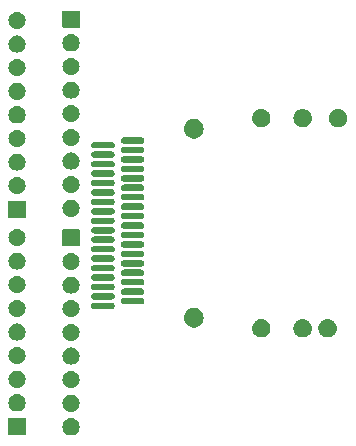
<source format=gts>
%TF.GenerationSoftware,KiCad,Pcbnew,7.0.9*%
%TF.CreationDate,2024-03-23T01:13:53+08:00*%
%TF.ProjectId,8643____,38363433-4bd5-4a5e-932e-6b696361645f,rev?*%
%TF.SameCoordinates,Original*%
%TF.FileFunction,Soldermask,Top*%
%TF.FilePolarity,Negative*%
%FSLAX46Y46*%
G04 Gerber Fmt 4.6, Leading zero omitted, Abs format (unit mm)*
G04 Created by KiCad (PCBNEW 7.0.9) date 2024-03-23 01:13:53*
%MOMM*%
%LPD*%
G01*
G04 APERTURE LIST*
G04 APERTURE END LIST*
G36*
X152053328Y-94541177D02*
G01*
X152206566Y-94594798D01*
X152344030Y-94681172D01*
X152458828Y-94795970D01*
X152545202Y-94933434D01*
X152598823Y-95086672D01*
X152617000Y-95248000D01*
X152598823Y-95409328D01*
X152545202Y-95562566D01*
X152458828Y-95700030D01*
X152344030Y-95814828D01*
X152206566Y-95901202D01*
X152053328Y-95954823D01*
X151892000Y-95973000D01*
X151730672Y-95954823D01*
X151577434Y-95901202D01*
X151439970Y-95814828D01*
X151325172Y-95700030D01*
X151238798Y-95562566D01*
X151185177Y-95409328D01*
X151167000Y-95248000D01*
X151185177Y-95086672D01*
X151238798Y-94933434D01*
X151325172Y-94795970D01*
X151439970Y-94681172D01*
X151577434Y-94594798D01*
X151730672Y-94541177D01*
X151892000Y-94523000D01*
X152053328Y-94541177D01*
G37*
G36*
X148014134Y-94496806D02*
G01*
X148030355Y-94507645D01*
X148041194Y-94523866D01*
X148045000Y-94543000D01*
X148045000Y-95893000D01*
X148041194Y-95912134D01*
X148030355Y-95928355D01*
X148014134Y-95939194D01*
X147995000Y-95943000D01*
X146645000Y-95943000D01*
X146625866Y-95939194D01*
X146609645Y-95928355D01*
X146598806Y-95912134D01*
X146595000Y-95893000D01*
X146595000Y-94543000D01*
X146598806Y-94523866D01*
X146609645Y-94507645D01*
X146625866Y-94496806D01*
X146645000Y-94493000D01*
X147995000Y-94493000D01*
X148014134Y-94496806D01*
G37*
G36*
X152053328Y-92541177D02*
G01*
X152206566Y-92594798D01*
X152344030Y-92681172D01*
X152458828Y-92795970D01*
X152545202Y-92933434D01*
X152598823Y-93086672D01*
X152617000Y-93248000D01*
X152598823Y-93409328D01*
X152545202Y-93562566D01*
X152458828Y-93700030D01*
X152344030Y-93814828D01*
X152206566Y-93901202D01*
X152053328Y-93954823D01*
X151892000Y-93973000D01*
X151730672Y-93954823D01*
X151577434Y-93901202D01*
X151439970Y-93814828D01*
X151325172Y-93700030D01*
X151238798Y-93562566D01*
X151185177Y-93409328D01*
X151167000Y-93248000D01*
X151185177Y-93086672D01*
X151238798Y-92933434D01*
X151325172Y-92795970D01*
X151439970Y-92681172D01*
X151577434Y-92594798D01*
X151730672Y-92541177D01*
X151892000Y-92523000D01*
X152053328Y-92541177D01*
G37*
G36*
X147481328Y-92511177D02*
G01*
X147634566Y-92564798D01*
X147772030Y-92651172D01*
X147886828Y-92765970D01*
X147973202Y-92903434D01*
X148026823Y-93056672D01*
X148045000Y-93218000D01*
X148026823Y-93379328D01*
X147973202Y-93532566D01*
X147886828Y-93670030D01*
X147772030Y-93784828D01*
X147634566Y-93871202D01*
X147481328Y-93924823D01*
X147320000Y-93943000D01*
X147158672Y-93924823D01*
X147005434Y-93871202D01*
X146867970Y-93784828D01*
X146753172Y-93670030D01*
X146666798Y-93532566D01*
X146613177Y-93379328D01*
X146595000Y-93218000D01*
X146613177Y-93056672D01*
X146666798Y-92903434D01*
X146753172Y-92765970D01*
X146867970Y-92651172D01*
X147005434Y-92564798D01*
X147158672Y-92511177D01*
X147320000Y-92493000D01*
X147481328Y-92511177D01*
G37*
G36*
X152053328Y-90541177D02*
G01*
X152206566Y-90594798D01*
X152344030Y-90681172D01*
X152458828Y-90795970D01*
X152545202Y-90933434D01*
X152598823Y-91086672D01*
X152617000Y-91248000D01*
X152598823Y-91409328D01*
X152545202Y-91562566D01*
X152458828Y-91700030D01*
X152344030Y-91814828D01*
X152206566Y-91901202D01*
X152053328Y-91954823D01*
X151892000Y-91973000D01*
X151730672Y-91954823D01*
X151577434Y-91901202D01*
X151439970Y-91814828D01*
X151325172Y-91700030D01*
X151238798Y-91562566D01*
X151185177Y-91409328D01*
X151167000Y-91248000D01*
X151185177Y-91086672D01*
X151238798Y-90933434D01*
X151325172Y-90795970D01*
X151439970Y-90681172D01*
X151577434Y-90594798D01*
X151730672Y-90541177D01*
X151892000Y-90523000D01*
X152053328Y-90541177D01*
G37*
G36*
X147481328Y-90511177D02*
G01*
X147634566Y-90564798D01*
X147772030Y-90651172D01*
X147886828Y-90765970D01*
X147973202Y-90903434D01*
X148026823Y-91056672D01*
X148045000Y-91218000D01*
X148026823Y-91379328D01*
X147973202Y-91532566D01*
X147886828Y-91670030D01*
X147772030Y-91784828D01*
X147634566Y-91871202D01*
X147481328Y-91924823D01*
X147320000Y-91943000D01*
X147158672Y-91924823D01*
X147005434Y-91871202D01*
X146867970Y-91784828D01*
X146753172Y-91670030D01*
X146666798Y-91532566D01*
X146613177Y-91379328D01*
X146595000Y-91218000D01*
X146613177Y-91056672D01*
X146666798Y-90903434D01*
X146753172Y-90765970D01*
X146867970Y-90651172D01*
X147005434Y-90564798D01*
X147158672Y-90511177D01*
X147320000Y-90493000D01*
X147481328Y-90511177D01*
G37*
G36*
X152053328Y-88541177D02*
G01*
X152206566Y-88594798D01*
X152344030Y-88681172D01*
X152458828Y-88795970D01*
X152545202Y-88933434D01*
X152598823Y-89086672D01*
X152617000Y-89248000D01*
X152598823Y-89409328D01*
X152545202Y-89562566D01*
X152458828Y-89700030D01*
X152344030Y-89814828D01*
X152206566Y-89901202D01*
X152053328Y-89954823D01*
X151892000Y-89973000D01*
X151730672Y-89954823D01*
X151577434Y-89901202D01*
X151439970Y-89814828D01*
X151325172Y-89700030D01*
X151238798Y-89562566D01*
X151185177Y-89409328D01*
X151167000Y-89248000D01*
X151185177Y-89086672D01*
X151238798Y-88933434D01*
X151325172Y-88795970D01*
X151439970Y-88681172D01*
X151577434Y-88594798D01*
X151730672Y-88541177D01*
X151892000Y-88523000D01*
X152053328Y-88541177D01*
G37*
G36*
X147481328Y-88511177D02*
G01*
X147634566Y-88564798D01*
X147772030Y-88651172D01*
X147886828Y-88765970D01*
X147973202Y-88903434D01*
X148026823Y-89056672D01*
X148045000Y-89218000D01*
X148026823Y-89379328D01*
X147973202Y-89532566D01*
X147886828Y-89670030D01*
X147772030Y-89784828D01*
X147634566Y-89871202D01*
X147481328Y-89924823D01*
X147320000Y-89943000D01*
X147158672Y-89924823D01*
X147005434Y-89871202D01*
X146867970Y-89784828D01*
X146753172Y-89670030D01*
X146666798Y-89532566D01*
X146613177Y-89379328D01*
X146595000Y-89218000D01*
X146613177Y-89056672D01*
X146666798Y-88903434D01*
X146753172Y-88765970D01*
X146867970Y-88651172D01*
X147005434Y-88564798D01*
X147158672Y-88511177D01*
X147320000Y-88493000D01*
X147481328Y-88511177D01*
G37*
G36*
X152053328Y-86541177D02*
G01*
X152206566Y-86594798D01*
X152344030Y-86681172D01*
X152458828Y-86795970D01*
X152545202Y-86933434D01*
X152598823Y-87086672D01*
X152617000Y-87248000D01*
X152598823Y-87409328D01*
X152545202Y-87562566D01*
X152458828Y-87700030D01*
X152344030Y-87814828D01*
X152206566Y-87901202D01*
X152053328Y-87954823D01*
X151892000Y-87973000D01*
X151730672Y-87954823D01*
X151577434Y-87901202D01*
X151439970Y-87814828D01*
X151325172Y-87700030D01*
X151238798Y-87562566D01*
X151185177Y-87409328D01*
X151167000Y-87248000D01*
X151185177Y-87086672D01*
X151238798Y-86933434D01*
X151325172Y-86795970D01*
X151439970Y-86681172D01*
X151577434Y-86594798D01*
X151730672Y-86541177D01*
X151892000Y-86523000D01*
X152053328Y-86541177D01*
G37*
G36*
X147481328Y-86511177D02*
G01*
X147634566Y-86564798D01*
X147772030Y-86651172D01*
X147886828Y-86765970D01*
X147973202Y-86903434D01*
X148026823Y-87056672D01*
X148045000Y-87218000D01*
X148026823Y-87379328D01*
X147973202Y-87532566D01*
X147886828Y-87670030D01*
X147772030Y-87784828D01*
X147634566Y-87871202D01*
X147481328Y-87924823D01*
X147320000Y-87943000D01*
X147158672Y-87924823D01*
X147005434Y-87871202D01*
X146867970Y-87784828D01*
X146753172Y-87670030D01*
X146666798Y-87532566D01*
X146613177Y-87379328D01*
X146595000Y-87218000D01*
X146613177Y-87056672D01*
X146666798Y-86903434D01*
X146753172Y-86765970D01*
X146867970Y-86651172D01*
X147005434Y-86564798D01*
X147158672Y-86511177D01*
X147320000Y-86493000D01*
X147481328Y-86511177D01*
G37*
G36*
X168038401Y-86127552D02*
G01*
X168079610Y-86127552D01*
X168126094Y-86137432D01*
X168171789Y-86142581D01*
X168205017Y-86154208D01*
X168239257Y-86161486D01*
X168288600Y-86183455D01*
X168336863Y-86200343D01*
X168361984Y-86216127D01*
X168388360Y-86227871D01*
X168437545Y-86263605D01*
X168484946Y-86293390D01*
X168501967Y-86310411D01*
X168520405Y-86323807D01*
X168565985Y-86374429D01*
X168608610Y-86417054D01*
X168618415Y-86432658D01*
X168629620Y-86445103D01*
X168667946Y-86511486D01*
X168701657Y-86565137D01*
X168705864Y-86577162D01*
X168711226Y-86586448D01*
X168738679Y-86670940D01*
X168759419Y-86730211D01*
X168760205Y-86737191D01*
X168761664Y-86741680D01*
X168774892Y-86867540D01*
X168779000Y-86904000D01*
X168774891Y-86940462D01*
X168761664Y-87066319D01*
X168760205Y-87070807D01*
X168759419Y-87077789D01*
X168738674Y-87137072D01*
X168711226Y-87221551D01*
X168705865Y-87230835D01*
X168701657Y-87242863D01*
X168667947Y-87296511D01*
X168629620Y-87362896D01*
X168618417Y-87375338D01*
X168608610Y-87390946D01*
X168565976Y-87433579D01*
X168520405Y-87484192D01*
X168501970Y-87497585D01*
X168484946Y-87514610D01*
X168437534Y-87544400D01*
X168388360Y-87580128D01*
X168361989Y-87591868D01*
X168336863Y-87607657D01*
X168288590Y-87624548D01*
X168239257Y-87646513D01*
X168205023Y-87653789D01*
X168171789Y-87665419D01*
X168126091Y-87670567D01*
X168079610Y-87680448D01*
X168038401Y-87680448D01*
X167998000Y-87685000D01*
X167957599Y-87680448D01*
X167916390Y-87680448D01*
X167869908Y-87670567D01*
X167824211Y-87665419D01*
X167790978Y-87653790D01*
X167756742Y-87646513D01*
X167707405Y-87624546D01*
X167659137Y-87607657D01*
X167634012Y-87591870D01*
X167607639Y-87580128D01*
X167558457Y-87544395D01*
X167511054Y-87514610D01*
X167494031Y-87497587D01*
X167475594Y-87484192D01*
X167430013Y-87433569D01*
X167387390Y-87390946D01*
X167377585Y-87375341D01*
X167366379Y-87362896D01*
X167328040Y-87296491D01*
X167294343Y-87242863D01*
X167290135Y-87230839D01*
X167284773Y-87221551D01*
X167257311Y-87137032D01*
X167236581Y-87077789D01*
X167235794Y-87070812D01*
X167234335Y-87066319D01*
X167221093Y-86940330D01*
X167217000Y-86904000D01*
X167221093Y-86867672D01*
X167234335Y-86741680D01*
X167235795Y-86737186D01*
X167236581Y-86730211D01*
X167257306Y-86670980D01*
X167284773Y-86586448D01*
X167290136Y-86577157D01*
X167294343Y-86565137D01*
X167328033Y-86511519D01*
X167366379Y-86445103D01*
X167377587Y-86432654D01*
X167387390Y-86417054D01*
X167430005Y-86374438D01*
X167475596Y-86323805D01*
X167494037Y-86310406D01*
X167511054Y-86293390D01*
X167558444Y-86263612D01*
X167607636Y-86227873D01*
X167634015Y-86216127D01*
X167659137Y-86200343D01*
X167707396Y-86183456D01*
X167756744Y-86161485D01*
X167790987Y-86154206D01*
X167824211Y-86142581D01*
X167869903Y-86137432D01*
X167916390Y-86127552D01*
X167957599Y-86127552D01*
X167998000Y-86123000D01*
X168038401Y-86127552D01*
G37*
G36*
X171538401Y-86127552D02*
G01*
X171579610Y-86127552D01*
X171626094Y-86137432D01*
X171671789Y-86142581D01*
X171705017Y-86154208D01*
X171739257Y-86161486D01*
X171788600Y-86183455D01*
X171836863Y-86200343D01*
X171861984Y-86216127D01*
X171888360Y-86227871D01*
X171937545Y-86263605D01*
X171984946Y-86293390D01*
X172001967Y-86310411D01*
X172020405Y-86323807D01*
X172065985Y-86374429D01*
X172108610Y-86417054D01*
X172118415Y-86432658D01*
X172129620Y-86445103D01*
X172167946Y-86511486D01*
X172201657Y-86565137D01*
X172205864Y-86577162D01*
X172211226Y-86586448D01*
X172238679Y-86670940D01*
X172259419Y-86730211D01*
X172260205Y-86737191D01*
X172261664Y-86741680D01*
X172274892Y-86867540D01*
X172279000Y-86904000D01*
X172274891Y-86940462D01*
X172261664Y-87066319D01*
X172260205Y-87070807D01*
X172259419Y-87077789D01*
X172238674Y-87137072D01*
X172211226Y-87221551D01*
X172205865Y-87230835D01*
X172201657Y-87242863D01*
X172167947Y-87296511D01*
X172129620Y-87362896D01*
X172118417Y-87375338D01*
X172108610Y-87390946D01*
X172065976Y-87433579D01*
X172020405Y-87484192D01*
X172001970Y-87497585D01*
X171984946Y-87514610D01*
X171937534Y-87544400D01*
X171888360Y-87580128D01*
X171861989Y-87591868D01*
X171836863Y-87607657D01*
X171788590Y-87624548D01*
X171739257Y-87646513D01*
X171705023Y-87653789D01*
X171671789Y-87665419D01*
X171626091Y-87670567D01*
X171579610Y-87680448D01*
X171538401Y-87680448D01*
X171498000Y-87685000D01*
X171457599Y-87680448D01*
X171416390Y-87680448D01*
X171369908Y-87670567D01*
X171324211Y-87665419D01*
X171290978Y-87653790D01*
X171256742Y-87646513D01*
X171207405Y-87624546D01*
X171159137Y-87607657D01*
X171134012Y-87591870D01*
X171107639Y-87580128D01*
X171058457Y-87544395D01*
X171011054Y-87514610D01*
X170994031Y-87497587D01*
X170975594Y-87484192D01*
X170930013Y-87433569D01*
X170887390Y-87390946D01*
X170877585Y-87375341D01*
X170866379Y-87362896D01*
X170828040Y-87296491D01*
X170794343Y-87242863D01*
X170790135Y-87230839D01*
X170784773Y-87221551D01*
X170757311Y-87137032D01*
X170736581Y-87077789D01*
X170735794Y-87070812D01*
X170734335Y-87066319D01*
X170721093Y-86940330D01*
X170717000Y-86904000D01*
X170721093Y-86867672D01*
X170734335Y-86741680D01*
X170735795Y-86737186D01*
X170736581Y-86730211D01*
X170757306Y-86670980D01*
X170784773Y-86586448D01*
X170790136Y-86577157D01*
X170794343Y-86565137D01*
X170828033Y-86511519D01*
X170866379Y-86445103D01*
X170877587Y-86432654D01*
X170887390Y-86417054D01*
X170930005Y-86374438D01*
X170975596Y-86323805D01*
X170994037Y-86310406D01*
X171011054Y-86293390D01*
X171058444Y-86263612D01*
X171107636Y-86227873D01*
X171134015Y-86216127D01*
X171159137Y-86200343D01*
X171207396Y-86183456D01*
X171256744Y-86161485D01*
X171290987Y-86154206D01*
X171324211Y-86142581D01*
X171369903Y-86137432D01*
X171416390Y-86127552D01*
X171457599Y-86127552D01*
X171498000Y-86123000D01*
X171538401Y-86127552D01*
G37*
G36*
X173646801Y-86127552D02*
G01*
X173688010Y-86127552D01*
X173734494Y-86137432D01*
X173780189Y-86142581D01*
X173813417Y-86154208D01*
X173847657Y-86161486D01*
X173897000Y-86183455D01*
X173945263Y-86200343D01*
X173970384Y-86216127D01*
X173996760Y-86227871D01*
X174045945Y-86263605D01*
X174093346Y-86293390D01*
X174110367Y-86310411D01*
X174128805Y-86323807D01*
X174174385Y-86374429D01*
X174217010Y-86417054D01*
X174226815Y-86432658D01*
X174238020Y-86445103D01*
X174276346Y-86511486D01*
X174310057Y-86565137D01*
X174314264Y-86577162D01*
X174319626Y-86586448D01*
X174347079Y-86670940D01*
X174367819Y-86730211D01*
X174368605Y-86737191D01*
X174370064Y-86741680D01*
X174383292Y-86867540D01*
X174387400Y-86904000D01*
X174383291Y-86940462D01*
X174370064Y-87066319D01*
X174368605Y-87070807D01*
X174367819Y-87077789D01*
X174347074Y-87137072D01*
X174319626Y-87221551D01*
X174314265Y-87230835D01*
X174310057Y-87242863D01*
X174276347Y-87296511D01*
X174238020Y-87362896D01*
X174226817Y-87375338D01*
X174217010Y-87390946D01*
X174174376Y-87433579D01*
X174128805Y-87484192D01*
X174110370Y-87497585D01*
X174093346Y-87514610D01*
X174045934Y-87544400D01*
X173996760Y-87580128D01*
X173970389Y-87591868D01*
X173945263Y-87607657D01*
X173896990Y-87624548D01*
X173847657Y-87646513D01*
X173813423Y-87653789D01*
X173780189Y-87665419D01*
X173734491Y-87670567D01*
X173688010Y-87680448D01*
X173646801Y-87680448D01*
X173606400Y-87685000D01*
X173565999Y-87680448D01*
X173524790Y-87680448D01*
X173478308Y-87670567D01*
X173432611Y-87665419D01*
X173399378Y-87653790D01*
X173365142Y-87646513D01*
X173315805Y-87624546D01*
X173267537Y-87607657D01*
X173242412Y-87591870D01*
X173216039Y-87580128D01*
X173166857Y-87544395D01*
X173119454Y-87514610D01*
X173102431Y-87497587D01*
X173083994Y-87484192D01*
X173038413Y-87433569D01*
X172995790Y-87390946D01*
X172985985Y-87375341D01*
X172974779Y-87362896D01*
X172936440Y-87296491D01*
X172902743Y-87242863D01*
X172898535Y-87230839D01*
X172893173Y-87221551D01*
X172865711Y-87137032D01*
X172844981Y-87077789D01*
X172844194Y-87070812D01*
X172842735Y-87066319D01*
X172829493Y-86940330D01*
X172825400Y-86904000D01*
X172829493Y-86867672D01*
X172842735Y-86741680D01*
X172844195Y-86737186D01*
X172844981Y-86730211D01*
X172865706Y-86670980D01*
X172893173Y-86586448D01*
X172898536Y-86577157D01*
X172902743Y-86565137D01*
X172936433Y-86511519D01*
X172974779Y-86445103D01*
X172985987Y-86432654D01*
X172995790Y-86417054D01*
X173038405Y-86374438D01*
X173083996Y-86323805D01*
X173102437Y-86310406D01*
X173119454Y-86293390D01*
X173166844Y-86263612D01*
X173216036Y-86227873D01*
X173242415Y-86216127D01*
X173267537Y-86200343D01*
X173315796Y-86183456D01*
X173365144Y-86161485D01*
X173399387Y-86154206D01*
X173432611Y-86142581D01*
X173478303Y-86137432D01*
X173524790Y-86127552D01*
X173565999Y-86127552D01*
X173606400Y-86123000D01*
X173646801Y-86127552D01*
G37*
G36*
X162539119Y-85200357D02*
G01*
X162700500Y-85272209D01*
X162843415Y-85376043D01*
X162961619Y-85507321D01*
X163049946Y-85660308D01*
X163104535Y-85828315D01*
X163123000Y-86004000D01*
X163104535Y-86179685D01*
X163049946Y-86347692D01*
X162961619Y-86500679D01*
X162843415Y-86631957D01*
X162700500Y-86735791D01*
X162539119Y-86807643D01*
X162366327Y-86844371D01*
X162189673Y-86844371D01*
X162016881Y-86807643D01*
X161855500Y-86735791D01*
X161712585Y-86631957D01*
X161594381Y-86500679D01*
X161506054Y-86347692D01*
X161451465Y-86179685D01*
X161433000Y-86004000D01*
X161451465Y-85828315D01*
X161506054Y-85660308D01*
X161594381Y-85507321D01*
X161712585Y-85376043D01*
X161855500Y-85272209D01*
X162016881Y-85200357D01*
X162189673Y-85163629D01*
X162366327Y-85163629D01*
X162539119Y-85200357D01*
G37*
G36*
X152053328Y-84541177D02*
G01*
X152206566Y-84594798D01*
X152344030Y-84681172D01*
X152458828Y-84795970D01*
X152545202Y-84933434D01*
X152598823Y-85086672D01*
X152617000Y-85248000D01*
X152598823Y-85409328D01*
X152545202Y-85562566D01*
X152458828Y-85700030D01*
X152344030Y-85814828D01*
X152206566Y-85901202D01*
X152053328Y-85954823D01*
X151892000Y-85973000D01*
X151730672Y-85954823D01*
X151577434Y-85901202D01*
X151439970Y-85814828D01*
X151325172Y-85700030D01*
X151238798Y-85562566D01*
X151185177Y-85409328D01*
X151167000Y-85248000D01*
X151185177Y-85086672D01*
X151238798Y-84933434D01*
X151325172Y-84795970D01*
X151439970Y-84681172D01*
X151577434Y-84594798D01*
X151730672Y-84541177D01*
X151892000Y-84523000D01*
X152053328Y-84541177D01*
G37*
G36*
X147481328Y-84511177D02*
G01*
X147634566Y-84564798D01*
X147772030Y-84651172D01*
X147886828Y-84765970D01*
X147973202Y-84903434D01*
X148026823Y-85056672D01*
X148045000Y-85218000D01*
X148026823Y-85379328D01*
X147973202Y-85532566D01*
X147886828Y-85670030D01*
X147772030Y-85784828D01*
X147634566Y-85871202D01*
X147481328Y-85924823D01*
X147320000Y-85943000D01*
X147158672Y-85924823D01*
X147005434Y-85871202D01*
X146867970Y-85784828D01*
X146753172Y-85670030D01*
X146666798Y-85532566D01*
X146613177Y-85379328D01*
X146595000Y-85218000D01*
X146613177Y-85056672D01*
X146666798Y-84903434D01*
X146753172Y-84765970D01*
X146867970Y-84651172D01*
X147005434Y-84564798D01*
X147158672Y-84511177D01*
X147320000Y-84493000D01*
X147481328Y-84511177D01*
G37*
G36*
X155363899Y-84731716D02*
G01*
X155387722Y-84740945D01*
X155407474Y-84744428D01*
X155429423Y-84757100D01*
X155458822Y-84768490D01*
X155475528Y-84783719D01*
X155490556Y-84792396D01*
X155508486Y-84813764D01*
X155534051Y-84837070D01*
X155542822Y-84854685D01*
X155552219Y-84865884D01*
X155562599Y-84894402D01*
X155579426Y-84928195D01*
X155580971Y-84944879D01*
X155585032Y-84956034D01*
X155585032Y-84988697D01*
X155588818Y-85029558D01*
X155585032Y-85042864D01*
X155585032Y-85051965D01*
X155573170Y-85084552D01*
X155560960Y-85127470D01*
X155554377Y-85136186D01*
X155552220Y-85142114D01*
X155529041Y-85169736D01*
X155499614Y-85208705D01*
X155492805Y-85212920D01*
X155490554Y-85215604D01*
X155459726Y-85233402D01*
X155413064Y-85262295D01*
X155408065Y-85263229D01*
X155407474Y-85263571D01*
X155385687Y-85267412D01*
X155313000Y-85281000D01*
X155308628Y-85281000D01*
X153867372Y-85281000D01*
X153863000Y-85281000D01*
X153812101Y-85276284D01*
X153788273Y-85267053D01*
X153768525Y-85263571D01*
X153746578Y-85250899D01*
X153717178Y-85239510D01*
X153700470Y-85224279D01*
X153685443Y-85215603D01*
X153667512Y-85194234D01*
X153641949Y-85170930D01*
X153633177Y-85153314D01*
X153623780Y-85142115D01*
X153613399Y-85113595D01*
X153596574Y-85079805D01*
X153595027Y-85063119D01*
X153590968Y-85051965D01*
X153590968Y-85019302D01*
X153587182Y-84978442D01*
X153590968Y-84965135D01*
X153590968Y-84956034D01*
X153602831Y-84923437D01*
X153615040Y-84880530D01*
X153621620Y-84871816D01*
X153623779Y-84865885D01*
X153646975Y-84838241D01*
X153676386Y-84799295D01*
X153683190Y-84795081D01*
X153685445Y-84792395D01*
X153716311Y-84774573D01*
X153762936Y-84745705D01*
X153767930Y-84744771D01*
X153768525Y-84744428D01*
X153790398Y-84740571D01*
X153863000Y-84727000D01*
X155313000Y-84727000D01*
X155363899Y-84731716D01*
G37*
G36*
X157873899Y-84331716D02*
G01*
X157897722Y-84340945D01*
X157917474Y-84344428D01*
X157939423Y-84357100D01*
X157968822Y-84368490D01*
X157985528Y-84383719D01*
X158000556Y-84392396D01*
X158018486Y-84413764D01*
X158044051Y-84437070D01*
X158052822Y-84454685D01*
X158062219Y-84465884D01*
X158072599Y-84494402D01*
X158089426Y-84528195D01*
X158090971Y-84544879D01*
X158095032Y-84556034D01*
X158095032Y-84588697D01*
X158098818Y-84629558D01*
X158095032Y-84642864D01*
X158095032Y-84651965D01*
X158083170Y-84684552D01*
X158070960Y-84727470D01*
X158064377Y-84736186D01*
X158062220Y-84742114D01*
X158039041Y-84769736D01*
X158009614Y-84808705D01*
X158002805Y-84812920D01*
X158000554Y-84815604D01*
X157969726Y-84833402D01*
X157923064Y-84862295D01*
X157918065Y-84863229D01*
X157917474Y-84863571D01*
X157895687Y-84867412D01*
X157823000Y-84881000D01*
X157818628Y-84881000D01*
X156377372Y-84881000D01*
X156373000Y-84881000D01*
X156322101Y-84876284D01*
X156298273Y-84867053D01*
X156278525Y-84863571D01*
X156256578Y-84850899D01*
X156227178Y-84839510D01*
X156210470Y-84824279D01*
X156195443Y-84815603D01*
X156177512Y-84794234D01*
X156151949Y-84770930D01*
X156143177Y-84753314D01*
X156133780Y-84742115D01*
X156123399Y-84713595D01*
X156106574Y-84679805D01*
X156105027Y-84663119D01*
X156100968Y-84651965D01*
X156100968Y-84619302D01*
X156097182Y-84578442D01*
X156100968Y-84565135D01*
X156100968Y-84556034D01*
X156112831Y-84523437D01*
X156125040Y-84480530D01*
X156131620Y-84471816D01*
X156133779Y-84465885D01*
X156156975Y-84438241D01*
X156186386Y-84399295D01*
X156193190Y-84395081D01*
X156195445Y-84392395D01*
X156226311Y-84374573D01*
X156272936Y-84345705D01*
X156277930Y-84344771D01*
X156278525Y-84344428D01*
X156300398Y-84340571D01*
X156373000Y-84327000D01*
X157823000Y-84327000D01*
X157873899Y-84331716D01*
G37*
G36*
X155363899Y-83931716D02*
G01*
X155387722Y-83940945D01*
X155407474Y-83944428D01*
X155429423Y-83957100D01*
X155458822Y-83968490D01*
X155475528Y-83983719D01*
X155490556Y-83992396D01*
X155508486Y-84013764D01*
X155534051Y-84037070D01*
X155542822Y-84054685D01*
X155552219Y-84065884D01*
X155562599Y-84094402D01*
X155579426Y-84128195D01*
X155580971Y-84144879D01*
X155585032Y-84156034D01*
X155585032Y-84188697D01*
X155588818Y-84229558D01*
X155585032Y-84242864D01*
X155585032Y-84251965D01*
X155573170Y-84284552D01*
X155560960Y-84327470D01*
X155554377Y-84336186D01*
X155552220Y-84342114D01*
X155529041Y-84369736D01*
X155499614Y-84408705D01*
X155492805Y-84412920D01*
X155490554Y-84415604D01*
X155459726Y-84433402D01*
X155413064Y-84462295D01*
X155408065Y-84463229D01*
X155407474Y-84463571D01*
X155385687Y-84467412D01*
X155313000Y-84481000D01*
X155308628Y-84481000D01*
X153867372Y-84481000D01*
X153863000Y-84481000D01*
X153812101Y-84476284D01*
X153788273Y-84467053D01*
X153768525Y-84463571D01*
X153746578Y-84450899D01*
X153717178Y-84439510D01*
X153700470Y-84424279D01*
X153685443Y-84415603D01*
X153667512Y-84394234D01*
X153641949Y-84370930D01*
X153633177Y-84353314D01*
X153623780Y-84342115D01*
X153613399Y-84313595D01*
X153596574Y-84279805D01*
X153595027Y-84263119D01*
X153590968Y-84251965D01*
X153590968Y-84219302D01*
X153587182Y-84178442D01*
X153590968Y-84165135D01*
X153590968Y-84156034D01*
X153602831Y-84123437D01*
X153615040Y-84080530D01*
X153621620Y-84071816D01*
X153623779Y-84065885D01*
X153646975Y-84038241D01*
X153676386Y-83999295D01*
X153683190Y-83995081D01*
X153685445Y-83992395D01*
X153716311Y-83974573D01*
X153762936Y-83945705D01*
X153767930Y-83944771D01*
X153768525Y-83944428D01*
X153790398Y-83940571D01*
X153863000Y-83927000D01*
X155313000Y-83927000D01*
X155363899Y-83931716D01*
G37*
G36*
X157873899Y-83531716D02*
G01*
X157897722Y-83540945D01*
X157917474Y-83544428D01*
X157939423Y-83557100D01*
X157968822Y-83568490D01*
X157985528Y-83583719D01*
X158000556Y-83592396D01*
X158018486Y-83613764D01*
X158044051Y-83637070D01*
X158052822Y-83654685D01*
X158062219Y-83665884D01*
X158072599Y-83694402D01*
X158089426Y-83728195D01*
X158090971Y-83744879D01*
X158095032Y-83756034D01*
X158095032Y-83788697D01*
X158098818Y-83829558D01*
X158095032Y-83842864D01*
X158095032Y-83851965D01*
X158083170Y-83884552D01*
X158070960Y-83927470D01*
X158064377Y-83936186D01*
X158062220Y-83942114D01*
X158039041Y-83969736D01*
X158009614Y-84008705D01*
X158002805Y-84012920D01*
X158000554Y-84015604D01*
X157969726Y-84033402D01*
X157923064Y-84062295D01*
X157918065Y-84063229D01*
X157917474Y-84063571D01*
X157895687Y-84067412D01*
X157823000Y-84081000D01*
X157818628Y-84081000D01*
X156377372Y-84081000D01*
X156373000Y-84081000D01*
X156322101Y-84076284D01*
X156298273Y-84067053D01*
X156278525Y-84063571D01*
X156256578Y-84050899D01*
X156227178Y-84039510D01*
X156210470Y-84024279D01*
X156195443Y-84015603D01*
X156177512Y-83994234D01*
X156151949Y-83970930D01*
X156143177Y-83953314D01*
X156133780Y-83942115D01*
X156123399Y-83913595D01*
X156106574Y-83879805D01*
X156105027Y-83863119D01*
X156100968Y-83851965D01*
X156100968Y-83819302D01*
X156097182Y-83778442D01*
X156100968Y-83765135D01*
X156100968Y-83756034D01*
X156112831Y-83723437D01*
X156125040Y-83680530D01*
X156131620Y-83671816D01*
X156133779Y-83665885D01*
X156156975Y-83638241D01*
X156186386Y-83599295D01*
X156193190Y-83595081D01*
X156195445Y-83592395D01*
X156226311Y-83574573D01*
X156272936Y-83545705D01*
X156277930Y-83544771D01*
X156278525Y-83544428D01*
X156300398Y-83540571D01*
X156373000Y-83527000D01*
X157823000Y-83527000D01*
X157873899Y-83531716D01*
G37*
G36*
X152053328Y-82541177D02*
G01*
X152206566Y-82594798D01*
X152344030Y-82681172D01*
X152458828Y-82795970D01*
X152545202Y-82933434D01*
X152598823Y-83086672D01*
X152617000Y-83248000D01*
X152598823Y-83409328D01*
X152545202Y-83562566D01*
X152458828Y-83700030D01*
X152344030Y-83814828D01*
X152206566Y-83901202D01*
X152053328Y-83954823D01*
X151892000Y-83973000D01*
X151730672Y-83954823D01*
X151577434Y-83901202D01*
X151439970Y-83814828D01*
X151325172Y-83700030D01*
X151238798Y-83562566D01*
X151185177Y-83409328D01*
X151167000Y-83248000D01*
X151185177Y-83086672D01*
X151238798Y-82933434D01*
X151325172Y-82795970D01*
X151439970Y-82681172D01*
X151577434Y-82594798D01*
X151730672Y-82541177D01*
X151892000Y-82523000D01*
X152053328Y-82541177D01*
G37*
G36*
X147481328Y-82511177D02*
G01*
X147634566Y-82564798D01*
X147772030Y-82651172D01*
X147886828Y-82765970D01*
X147973202Y-82903434D01*
X148026823Y-83056672D01*
X148045000Y-83218000D01*
X148026823Y-83379328D01*
X147973202Y-83532566D01*
X147886828Y-83670030D01*
X147772030Y-83784828D01*
X147634566Y-83871202D01*
X147481328Y-83924823D01*
X147320000Y-83943000D01*
X147158672Y-83924823D01*
X147005434Y-83871202D01*
X146867970Y-83784828D01*
X146753172Y-83670030D01*
X146666798Y-83532566D01*
X146613177Y-83379328D01*
X146595000Y-83218000D01*
X146613177Y-83056672D01*
X146666798Y-82903434D01*
X146753172Y-82765970D01*
X146867970Y-82651172D01*
X147005434Y-82564798D01*
X147158672Y-82511177D01*
X147320000Y-82493000D01*
X147481328Y-82511177D01*
G37*
G36*
X155363899Y-83131716D02*
G01*
X155387722Y-83140945D01*
X155407474Y-83144428D01*
X155429423Y-83157100D01*
X155458822Y-83168490D01*
X155475528Y-83183719D01*
X155490556Y-83192396D01*
X155508486Y-83213764D01*
X155534051Y-83237070D01*
X155542822Y-83254685D01*
X155552219Y-83265884D01*
X155562599Y-83294402D01*
X155579426Y-83328195D01*
X155580971Y-83344879D01*
X155585032Y-83356034D01*
X155585032Y-83388697D01*
X155588818Y-83429558D01*
X155585032Y-83442864D01*
X155585032Y-83451965D01*
X155573170Y-83484552D01*
X155560960Y-83527470D01*
X155554377Y-83536186D01*
X155552220Y-83542114D01*
X155529041Y-83569736D01*
X155499614Y-83608705D01*
X155492805Y-83612920D01*
X155490554Y-83615604D01*
X155459726Y-83633402D01*
X155413064Y-83662295D01*
X155408065Y-83663229D01*
X155407474Y-83663571D01*
X155385687Y-83667412D01*
X155313000Y-83681000D01*
X155308628Y-83681000D01*
X153867372Y-83681000D01*
X153863000Y-83681000D01*
X153812101Y-83676284D01*
X153788273Y-83667053D01*
X153768525Y-83663571D01*
X153746578Y-83650899D01*
X153717178Y-83639510D01*
X153700470Y-83624279D01*
X153685443Y-83615603D01*
X153667512Y-83594234D01*
X153641949Y-83570930D01*
X153633177Y-83553314D01*
X153623780Y-83542115D01*
X153613399Y-83513595D01*
X153596574Y-83479805D01*
X153595027Y-83463119D01*
X153590968Y-83451965D01*
X153590968Y-83419302D01*
X153587182Y-83378442D01*
X153590968Y-83365135D01*
X153590968Y-83356034D01*
X153602831Y-83323437D01*
X153615040Y-83280530D01*
X153621620Y-83271816D01*
X153623779Y-83265885D01*
X153646975Y-83238241D01*
X153676386Y-83199295D01*
X153683190Y-83195081D01*
X153685445Y-83192395D01*
X153716311Y-83174573D01*
X153762936Y-83145705D01*
X153767930Y-83144771D01*
X153768525Y-83144428D01*
X153790398Y-83140571D01*
X153863000Y-83127000D01*
X155313000Y-83127000D01*
X155363899Y-83131716D01*
G37*
G36*
X157873899Y-82731716D02*
G01*
X157897722Y-82740945D01*
X157917474Y-82744428D01*
X157939423Y-82757100D01*
X157968822Y-82768490D01*
X157985528Y-82783719D01*
X158000556Y-82792396D01*
X158018486Y-82813764D01*
X158044051Y-82837070D01*
X158052822Y-82854685D01*
X158062219Y-82865884D01*
X158072599Y-82894402D01*
X158089426Y-82928195D01*
X158090971Y-82944879D01*
X158095032Y-82956034D01*
X158095032Y-82988697D01*
X158098818Y-83029558D01*
X158095032Y-83042864D01*
X158095032Y-83051965D01*
X158083170Y-83084552D01*
X158070960Y-83127470D01*
X158064377Y-83136186D01*
X158062220Y-83142114D01*
X158039041Y-83169736D01*
X158009614Y-83208705D01*
X158002805Y-83212920D01*
X158000554Y-83215604D01*
X157969726Y-83233402D01*
X157923064Y-83262295D01*
X157918065Y-83263229D01*
X157917474Y-83263571D01*
X157895687Y-83267412D01*
X157823000Y-83281000D01*
X157818628Y-83281000D01*
X156377372Y-83281000D01*
X156373000Y-83281000D01*
X156322101Y-83276284D01*
X156298273Y-83267053D01*
X156278525Y-83263571D01*
X156256578Y-83250899D01*
X156227178Y-83239510D01*
X156210470Y-83224279D01*
X156195443Y-83215603D01*
X156177512Y-83194234D01*
X156151949Y-83170930D01*
X156143177Y-83153314D01*
X156133780Y-83142115D01*
X156123399Y-83113595D01*
X156106574Y-83079805D01*
X156105027Y-83063119D01*
X156100968Y-83051965D01*
X156100968Y-83019302D01*
X156097182Y-82978442D01*
X156100968Y-82965135D01*
X156100968Y-82956034D01*
X156112831Y-82923437D01*
X156125040Y-82880530D01*
X156131620Y-82871816D01*
X156133779Y-82865885D01*
X156156975Y-82838241D01*
X156186386Y-82799295D01*
X156193190Y-82795081D01*
X156195445Y-82792395D01*
X156226311Y-82774573D01*
X156272936Y-82745705D01*
X156277930Y-82744771D01*
X156278525Y-82744428D01*
X156300398Y-82740571D01*
X156373000Y-82727000D01*
X157823000Y-82727000D01*
X157873899Y-82731716D01*
G37*
G36*
X155363899Y-82331716D02*
G01*
X155387722Y-82340945D01*
X155407474Y-82344428D01*
X155429423Y-82357100D01*
X155458822Y-82368490D01*
X155475528Y-82383719D01*
X155490556Y-82392396D01*
X155508486Y-82413764D01*
X155534051Y-82437070D01*
X155542822Y-82454685D01*
X155552219Y-82465884D01*
X155562599Y-82494402D01*
X155579426Y-82528195D01*
X155580971Y-82544879D01*
X155585032Y-82556034D01*
X155585032Y-82588697D01*
X155588818Y-82629558D01*
X155585032Y-82642864D01*
X155585032Y-82651965D01*
X155573170Y-82684552D01*
X155560960Y-82727470D01*
X155554377Y-82736186D01*
X155552220Y-82742114D01*
X155529041Y-82769736D01*
X155499614Y-82808705D01*
X155492805Y-82812920D01*
X155490554Y-82815604D01*
X155459726Y-82833402D01*
X155413064Y-82862295D01*
X155408065Y-82863229D01*
X155407474Y-82863571D01*
X155385687Y-82867412D01*
X155313000Y-82881000D01*
X155308628Y-82881000D01*
X153867372Y-82881000D01*
X153863000Y-82881000D01*
X153812101Y-82876284D01*
X153788273Y-82867053D01*
X153768525Y-82863571D01*
X153746578Y-82850899D01*
X153717178Y-82839510D01*
X153700470Y-82824279D01*
X153685443Y-82815603D01*
X153667512Y-82794234D01*
X153641949Y-82770930D01*
X153633177Y-82753314D01*
X153623780Y-82742115D01*
X153613399Y-82713595D01*
X153596574Y-82679805D01*
X153595027Y-82663119D01*
X153590968Y-82651965D01*
X153590968Y-82619302D01*
X153587182Y-82578442D01*
X153590968Y-82565135D01*
X153590968Y-82556034D01*
X153602831Y-82523437D01*
X153615040Y-82480530D01*
X153621620Y-82471816D01*
X153623779Y-82465885D01*
X153646975Y-82438241D01*
X153676386Y-82399295D01*
X153683190Y-82395081D01*
X153685445Y-82392395D01*
X153716311Y-82374573D01*
X153762936Y-82345705D01*
X153767930Y-82344771D01*
X153768525Y-82344428D01*
X153790398Y-82340571D01*
X153863000Y-82327000D01*
X155313000Y-82327000D01*
X155363899Y-82331716D01*
G37*
G36*
X157873899Y-81931716D02*
G01*
X157897722Y-81940945D01*
X157917474Y-81944428D01*
X157939423Y-81957100D01*
X157968822Y-81968490D01*
X157985528Y-81983719D01*
X158000556Y-81992396D01*
X158018486Y-82013764D01*
X158044051Y-82037070D01*
X158052822Y-82054685D01*
X158062219Y-82065884D01*
X158072599Y-82094402D01*
X158089426Y-82128195D01*
X158090971Y-82144879D01*
X158095032Y-82156034D01*
X158095032Y-82188697D01*
X158098818Y-82229558D01*
X158095032Y-82242864D01*
X158095032Y-82251965D01*
X158083170Y-82284552D01*
X158070960Y-82327470D01*
X158064377Y-82336186D01*
X158062220Y-82342114D01*
X158039041Y-82369736D01*
X158009614Y-82408705D01*
X158002805Y-82412920D01*
X158000554Y-82415604D01*
X157969726Y-82433402D01*
X157923064Y-82462295D01*
X157918065Y-82463229D01*
X157917474Y-82463571D01*
X157895687Y-82467412D01*
X157823000Y-82481000D01*
X157818628Y-82481000D01*
X156377372Y-82481000D01*
X156373000Y-82481000D01*
X156322101Y-82476284D01*
X156298273Y-82467053D01*
X156278525Y-82463571D01*
X156256578Y-82450899D01*
X156227178Y-82439510D01*
X156210470Y-82424279D01*
X156195443Y-82415603D01*
X156177512Y-82394234D01*
X156151949Y-82370930D01*
X156143177Y-82353314D01*
X156133780Y-82342115D01*
X156123399Y-82313595D01*
X156106574Y-82279805D01*
X156105027Y-82263119D01*
X156100968Y-82251965D01*
X156100968Y-82219302D01*
X156097182Y-82178442D01*
X156100968Y-82165135D01*
X156100968Y-82156034D01*
X156112831Y-82123437D01*
X156125040Y-82080530D01*
X156131620Y-82071816D01*
X156133779Y-82065885D01*
X156156975Y-82038241D01*
X156186386Y-81999295D01*
X156193190Y-81995081D01*
X156195445Y-81992395D01*
X156226311Y-81974573D01*
X156272936Y-81945705D01*
X156277930Y-81944771D01*
X156278525Y-81944428D01*
X156300398Y-81940571D01*
X156373000Y-81927000D01*
X157823000Y-81927000D01*
X157873899Y-81931716D01*
G37*
G36*
X155363899Y-81531716D02*
G01*
X155387722Y-81540945D01*
X155407474Y-81544428D01*
X155429423Y-81557100D01*
X155458822Y-81568490D01*
X155475528Y-81583719D01*
X155490556Y-81592396D01*
X155508486Y-81613764D01*
X155534051Y-81637070D01*
X155542822Y-81654685D01*
X155552219Y-81665884D01*
X155562599Y-81694402D01*
X155579426Y-81728195D01*
X155580971Y-81744879D01*
X155585032Y-81756034D01*
X155585032Y-81788697D01*
X155588818Y-81829558D01*
X155585032Y-81842864D01*
X155585032Y-81851965D01*
X155573170Y-81884552D01*
X155560960Y-81927470D01*
X155554377Y-81936186D01*
X155552220Y-81942114D01*
X155529041Y-81969736D01*
X155499614Y-82008705D01*
X155492805Y-82012920D01*
X155490554Y-82015604D01*
X155459726Y-82033402D01*
X155413064Y-82062295D01*
X155408065Y-82063229D01*
X155407474Y-82063571D01*
X155385687Y-82067412D01*
X155313000Y-82081000D01*
X155308628Y-82081000D01*
X153867372Y-82081000D01*
X153863000Y-82081000D01*
X153812101Y-82076284D01*
X153788273Y-82067053D01*
X153768525Y-82063571D01*
X153746578Y-82050899D01*
X153717178Y-82039510D01*
X153700470Y-82024279D01*
X153685443Y-82015603D01*
X153667512Y-81994234D01*
X153641949Y-81970930D01*
X153633177Y-81953314D01*
X153623780Y-81942115D01*
X153613399Y-81913595D01*
X153596574Y-81879805D01*
X153595027Y-81863119D01*
X153590968Y-81851965D01*
X153590968Y-81819302D01*
X153587182Y-81778442D01*
X153590968Y-81765135D01*
X153590968Y-81756034D01*
X153602831Y-81723437D01*
X153615040Y-81680530D01*
X153621620Y-81671816D01*
X153623779Y-81665885D01*
X153646975Y-81638241D01*
X153676386Y-81599295D01*
X153683190Y-81595081D01*
X153685445Y-81592395D01*
X153716311Y-81574573D01*
X153762936Y-81545705D01*
X153767930Y-81544771D01*
X153768525Y-81544428D01*
X153790398Y-81540571D01*
X153863000Y-81527000D01*
X155313000Y-81527000D01*
X155363899Y-81531716D01*
G37*
G36*
X152053328Y-80541177D02*
G01*
X152206566Y-80594798D01*
X152344030Y-80681172D01*
X152458828Y-80795970D01*
X152545202Y-80933434D01*
X152598823Y-81086672D01*
X152617000Y-81248000D01*
X152598823Y-81409328D01*
X152545202Y-81562566D01*
X152458828Y-81700030D01*
X152344030Y-81814828D01*
X152206566Y-81901202D01*
X152053328Y-81954823D01*
X151892000Y-81973000D01*
X151730672Y-81954823D01*
X151577434Y-81901202D01*
X151439970Y-81814828D01*
X151325172Y-81700030D01*
X151238798Y-81562566D01*
X151185177Y-81409328D01*
X151167000Y-81248000D01*
X151185177Y-81086672D01*
X151238798Y-80933434D01*
X151325172Y-80795970D01*
X151439970Y-80681172D01*
X151577434Y-80594798D01*
X151730672Y-80541177D01*
X151892000Y-80523000D01*
X152053328Y-80541177D01*
G37*
G36*
X147481328Y-80511177D02*
G01*
X147634566Y-80564798D01*
X147772030Y-80651172D01*
X147886828Y-80765970D01*
X147973202Y-80903434D01*
X148026823Y-81056672D01*
X148045000Y-81218000D01*
X148026823Y-81379328D01*
X147973202Y-81532566D01*
X147886828Y-81670030D01*
X147772030Y-81784828D01*
X147634566Y-81871202D01*
X147481328Y-81924823D01*
X147320000Y-81943000D01*
X147158672Y-81924823D01*
X147005434Y-81871202D01*
X146867970Y-81784828D01*
X146753172Y-81670030D01*
X146666798Y-81532566D01*
X146613177Y-81379328D01*
X146595000Y-81218000D01*
X146613177Y-81056672D01*
X146666798Y-80903434D01*
X146753172Y-80765970D01*
X146867970Y-80651172D01*
X147005434Y-80564798D01*
X147158672Y-80511177D01*
X147320000Y-80493000D01*
X147481328Y-80511177D01*
G37*
G36*
X157873899Y-81131716D02*
G01*
X157897722Y-81140945D01*
X157917474Y-81144428D01*
X157939423Y-81157100D01*
X157968822Y-81168490D01*
X157985528Y-81183719D01*
X158000556Y-81192396D01*
X158018486Y-81213764D01*
X158044051Y-81237070D01*
X158052822Y-81254685D01*
X158062219Y-81265884D01*
X158072599Y-81294402D01*
X158089426Y-81328195D01*
X158090971Y-81344879D01*
X158095032Y-81356034D01*
X158095032Y-81388697D01*
X158098818Y-81429558D01*
X158095032Y-81442864D01*
X158095032Y-81451965D01*
X158083170Y-81484552D01*
X158070960Y-81527470D01*
X158064377Y-81536186D01*
X158062220Y-81542114D01*
X158039041Y-81569736D01*
X158009614Y-81608705D01*
X158002805Y-81612920D01*
X158000554Y-81615604D01*
X157969726Y-81633402D01*
X157923064Y-81662295D01*
X157918065Y-81663229D01*
X157917474Y-81663571D01*
X157895687Y-81667412D01*
X157823000Y-81681000D01*
X157818628Y-81681000D01*
X156377372Y-81681000D01*
X156373000Y-81681000D01*
X156322101Y-81676284D01*
X156298273Y-81667053D01*
X156278525Y-81663571D01*
X156256578Y-81650899D01*
X156227178Y-81639510D01*
X156210470Y-81624279D01*
X156195443Y-81615603D01*
X156177512Y-81594234D01*
X156151949Y-81570930D01*
X156143177Y-81553314D01*
X156133780Y-81542115D01*
X156123399Y-81513595D01*
X156106574Y-81479805D01*
X156105027Y-81463119D01*
X156100968Y-81451965D01*
X156100968Y-81419302D01*
X156097182Y-81378442D01*
X156100968Y-81365135D01*
X156100968Y-81356034D01*
X156112831Y-81323437D01*
X156125040Y-81280530D01*
X156131620Y-81271816D01*
X156133779Y-81265885D01*
X156156975Y-81238241D01*
X156186386Y-81199295D01*
X156193190Y-81195081D01*
X156195445Y-81192395D01*
X156226311Y-81174573D01*
X156272936Y-81145705D01*
X156277930Y-81144771D01*
X156278525Y-81144428D01*
X156300398Y-81140571D01*
X156373000Y-81127000D01*
X157823000Y-81127000D01*
X157873899Y-81131716D01*
G37*
G36*
X155363899Y-80731716D02*
G01*
X155387722Y-80740945D01*
X155407474Y-80744428D01*
X155429423Y-80757100D01*
X155458822Y-80768490D01*
X155475528Y-80783719D01*
X155490556Y-80792396D01*
X155508486Y-80813764D01*
X155534051Y-80837070D01*
X155542822Y-80854685D01*
X155552219Y-80865884D01*
X155562599Y-80894402D01*
X155579426Y-80928195D01*
X155580971Y-80944879D01*
X155585032Y-80956034D01*
X155585032Y-80988697D01*
X155588818Y-81029558D01*
X155585032Y-81042864D01*
X155585032Y-81051965D01*
X155573170Y-81084552D01*
X155560960Y-81127470D01*
X155554377Y-81136186D01*
X155552220Y-81142114D01*
X155529041Y-81169736D01*
X155499614Y-81208705D01*
X155492805Y-81212920D01*
X155490554Y-81215604D01*
X155459726Y-81233402D01*
X155413064Y-81262295D01*
X155408065Y-81263229D01*
X155407474Y-81263571D01*
X155385687Y-81267412D01*
X155313000Y-81281000D01*
X155308628Y-81281000D01*
X153867372Y-81281000D01*
X153863000Y-81281000D01*
X153812101Y-81276284D01*
X153788273Y-81267053D01*
X153768525Y-81263571D01*
X153746578Y-81250899D01*
X153717178Y-81239510D01*
X153700470Y-81224279D01*
X153685443Y-81215603D01*
X153667512Y-81194234D01*
X153641949Y-81170930D01*
X153633177Y-81153314D01*
X153623780Y-81142115D01*
X153613399Y-81113595D01*
X153596574Y-81079805D01*
X153595027Y-81063119D01*
X153590968Y-81051965D01*
X153590968Y-81019302D01*
X153587182Y-80978442D01*
X153590968Y-80965135D01*
X153590968Y-80956034D01*
X153602831Y-80923437D01*
X153615040Y-80880530D01*
X153621620Y-80871816D01*
X153623779Y-80865885D01*
X153646975Y-80838241D01*
X153676386Y-80799295D01*
X153683190Y-80795081D01*
X153685445Y-80792395D01*
X153716311Y-80774573D01*
X153762936Y-80745705D01*
X153767930Y-80744771D01*
X153768525Y-80744428D01*
X153790398Y-80740571D01*
X153863000Y-80727000D01*
X155313000Y-80727000D01*
X155363899Y-80731716D01*
G37*
G36*
X157873899Y-80331716D02*
G01*
X157897722Y-80340945D01*
X157917474Y-80344428D01*
X157939423Y-80357100D01*
X157968822Y-80368490D01*
X157985528Y-80383719D01*
X158000556Y-80392396D01*
X158018486Y-80413764D01*
X158044051Y-80437070D01*
X158052822Y-80454685D01*
X158062219Y-80465884D01*
X158072599Y-80494402D01*
X158089426Y-80528195D01*
X158090971Y-80544879D01*
X158095032Y-80556034D01*
X158095032Y-80588697D01*
X158098818Y-80629558D01*
X158095032Y-80642864D01*
X158095032Y-80651965D01*
X158083170Y-80684552D01*
X158070960Y-80727470D01*
X158064377Y-80736186D01*
X158062220Y-80742114D01*
X158039041Y-80769736D01*
X158009614Y-80808705D01*
X158002805Y-80812920D01*
X158000554Y-80815604D01*
X157969726Y-80833402D01*
X157923064Y-80862295D01*
X157918065Y-80863229D01*
X157917474Y-80863571D01*
X157895687Y-80867412D01*
X157823000Y-80881000D01*
X157818628Y-80881000D01*
X156377372Y-80881000D01*
X156373000Y-80881000D01*
X156322101Y-80876284D01*
X156298273Y-80867053D01*
X156278525Y-80863571D01*
X156256578Y-80850899D01*
X156227178Y-80839510D01*
X156210470Y-80824279D01*
X156195443Y-80815603D01*
X156177512Y-80794234D01*
X156151949Y-80770930D01*
X156143177Y-80753314D01*
X156133780Y-80742115D01*
X156123399Y-80713595D01*
X156106574Y-80679805D01*
X156105027Y-80663119D01*
X156100968Y-80651965D01*
X156100968Y-80619302D01*
X156097182Y-80578442D01*
X156100968Y-80565135D01*
X156100968Y-80556034D01*
X156112831Y-80523437D01*
X156125040Y-80480530D01*
X156131620Y-80471816D01*
X156133779Y-80465885D01*
X156156975Y-80438241D01*
X156186386Y-80399295D01*
X156193190Y-80395081D01*
X156195445Y-80392395D01*
X156226311Y-80374573D01*
X156272936Y-80345705D01*
X156277930Y-80344771D01*
X156278525Y-80344428D01*
X156300398Y-80340571D01*
X156373000Y-80327000D01*
X157823000Y-80327000D01*
X157873899Y-80331716D01*
G37*
G36*
X155363899Y-79931716D02*
G01*
X155387722Y-79940945D01*
X155407474Y-79944428D01*
X155429423Y-79957100D01*
X155458822Y-79968490D01*
X155475528Y-79983719D01*
X155490556Y-79992396D01*
X155508486Y-80013764D01*
X155534051Y-80037070D01*
X155542822Y-80054685D01*
X155552219Y-80065884D01*
X155562599Y-80094402D01*
X155579426Y-80128195D01*
X155580971Y-80144879D01*
X155585032Y-80156034D01*
X155585032Y-80188697D01*
X155588818Y-80229558D01*
X155585032Y-80242864D01*
X155585032Y-80251965D01*
X155573170Y-80284552D01*
X155560960Y-80327470D01*
X155554377Y-80336186D01*
X155552220Y-80342114D01*
X155529041Y-80369736D01*
X155499614Y-80408705D01*
X155492805Y-80412920D01*
X155490554Y-80415604D01*
X155459726Y-80433402D01*
X155413064Y-80462295D01*
X155408065Y-80463229D01*
X155407474Y-80463571D01*
X155385687Y-80467412D01*
X155313000Y-80481000D01*
X155308628Y-80481000D01*
X153867372Y-80481000D01*
X153863000Y-80481000D01*
X153812101Y-80476284D01*
X153788273Y-80467053D01*
X153768525Y-80463571D01*
X153746578Y-80450899D01*
X153717178Y-80439510D01*
X153700470Y-80424279D01*
X153685443Y-80415603D01*
X153667512Y-80394234D01*
X153641949Y-80370930D01*
X153633177Y-80353314D01*
X153623780Y-80342115D01*
X153613399Y-80313595D01*
X153596574Y-80279805D01*
X153595027Y-80263119D01*
X153590968Y-80251965D01*
X153590968Y-80219302D01*
X153587182Y-80178442D01*
X153590968Y-80165135D01*
X153590968Y-80156034D01*
X153602831Y-80123437D01*
X153615040Y-80080530D01*
X153621620Y-80071816D01*
X153623779Y-80065885D01*
X153646975Y-80038241D01*
X153676386Y-79999295D01*
X153683190Y-79995081D01*
X153685445Y-79992395D01*
X153716311Y-79974573D01*
X153762936Y-79945705D01*
X153767930Y-79944771D01*
X153768525Y-79944428D01*
X153790398Y-79940571D01*
X153863000Y-79927000D01*
X155313000Y-79927000D01*
X155363899Y-79931716D01*
G37*
G36*
X157873899Y-79531716D02*
G01*
X157897722Y-79540945D01*
X157917474Y-79544428D01*
X157939423Y-79557100D01*
X157968822Y-79568490D01*
X157985528Y-79583719D01*
X158000556Y-79592396D01*
X158018486Y-79613764D01*
X158044051Y-79637070D01*
X158052822Y-79654685D01*
X158062219Y-79665884D01*
X158072599Y-79694402D01*
X158089426Y-79728195D01*
X158090971Y-79744879D01*
X158095032Y-79756034D01*
X158095032Y-79788697D01*
X158098818Y-79829558D01*
X158095032Y-79842864D01*
X158095032Y-79851965D01*
X158083170Y-79884552D01*
X158070960Y-79927470D01*
X158064377Y-79936186D01*
X158062220Y-79942114D01*
X158039041Y-79969736D01*
X158009614Y-80008705D01*
X158002805Y-80012920D01*
X158000554Y-80015604D01*
X157969726Y-80033402D01*
X157923064Y-80062295D01*
X157918065Y-80063229D01*
X157917474Y-80063571D01*
X157895687Y-80067412D01*
X157823000Y-80081000D01*
X157818628Y-80081000D01*
X156377372Y-80081000D01*
X156373000Y-80081000D01*
X156322101Y-80076284D01*
X156298273Y-80067053D01*
X156278525Y-80063571D01*
X156256578Y-80050899D01*
X156227178Y-80039510D01*
X156210470Y-80024279D01*
X156195443Y-80015603D01*
X156177512Y-79994234D01*
X156151949Y-79970930D01*
X156143177Y-79953314D01*
X156133780Y-79942115D01*
X156123399Y-79913595D01*
X156106574Y-79879805D01*
X156105027Y-79863119D01*
X156100968Y-79851965D01*
X156100968Y-79819302D01*
X156097182Y-79778442D01*
X156100968Y-79765135D01*
X156100968Y-79756034D01*
X156112831Y-79723437D01*
X156125040Y-79680530D01*
X156131620Y-79671816D01*
X156133779Y-79665885D01*
X156156975Y-79638241D01*
X156186386Y-79599295D01*
X156193190Y-79595081D01*
X156195445Y-79592395D01*
X156226311Y-79574573D01*
X156272936Y-79545705D01*
X156277930Y-79544771D01*
X156278525Y-79544428D01*
X156300398Y-79540571D01*
X156373000Y-79527000D01*
X157823000Y-79527000D01*
X157873899Y-79531716D01*
G37*
G36*
X152586134Y-78526806D02*
G01*
X152602355Y-78537645D01*
X152613194Y-78553866D01*
X152617000Y-78573000D01*
X152617000Y-79923000D01*
X152613194Y-79942134D01*
X152602355Y-79958355D01*
X152586134Y-79969194D01*
X152567000Y-79973000D01*
X151217000Y-79973000D01*
X151197866Y-79969194D01*
X151181645Y-79958355D01*
X151170806Y-79942134D01*
X151167000Y-79923000D01*
X151167000Y-78573000D01*
X151170806Y-78553866D01*
X151181645Y-78537645D01*
X151197866Y-78526806D01*
X151217000Y-78523000D01*
X152567000Y-78523000D01*
X152586134Y-78526806D01*
G37*
G36*
X147481328Y-78511177D02*
G01*
X147634566Y-78564798D01*
X147772030Y-78651172D01*
X147886828Y-78765970D01*
X147973202Y-78903434D01*
X148026823Y-79056672D01*
X148045000Y-79218000D01*
X148026823Y-79379328D01*
X147973202Y-79532566D01*
X147886828Y-79670030D01*
X147772030Y-79784828D01*
X147634566Y-79871202D01*
X147481328Y-79924823D01*
X147320000Y-79943000D01*
X147158672Y-79924823D01*
X147005434Y-79871202D01*
X146867970Y-79784828D01*
X146753172Y-79670030D01*
X146666798Y-79532566D01*
X146613177Y-79379328D01*
X146595000Y-79218000D01*
X146613177Y-79056672D01*
X146666798Y-78903434D01*
X146753172Y-78765970D01*
X146867970Y-78651172D01*
X147005434Y-78564798D01*
X147158672Y-78511177D01*
X147320000Y-78493000D01*
X147481328Y-78511177D01*
G37*
G36*
X155363899Y-79131716D02*
G01*
X155387722Y-79140945D01*
X155407474Y-79144428D01*
X155429423Y-79157100D01*
X155458822Y-79168490D01*
X155475528Y-79183719D01*
X155490556Y-79192396D01*
X155508486Y-79213764D01*
X155534051Y-79237070D01*
X155542822Y-79254685D01*
X155552219Y-79265884D01*
X155562599Y-79294402D01*
X155579426Y-79328195D01*
X155580971Y-79344879D01*
X155585032Y-79356034D01*
X155585032Y-79388697D01*
X155588818Y-79429558D01*
X155585032Y-79442864D01*
X155585032Y-79451965D01*
X155573170Y-79484552D01*
X155560960Y-79527470D01*
X155554377Y-79536186D01*
X155552220Y-79542114D01*
X155529041Y-79569736D01*
X155499614Y-79608705D01*
X155492805Y-79612920D01*
X155490554Y-79615604D01*
X155459726Y-79633402D01*
X155413064Y-79662295D01*
X155408065Y-79663229D01*
X155407474Y-79663571D01*
X155385687Y-79667412D01*
X155313000Y-79681000D01*
X155308628Y-79681000D01*
X153867372Y-79681000D01*
X153863000Y-79681000D01*
X153812101Y-79676284D01*
X153788273Y-79667053D01*
X153768525Y-79663571D01*
X153746578Y-79650899D01*
X153717178Y-79639510D01*
X153700470Y-79624279D01*
X153685443Y-79615603D01*
X153667512Y-79594234D01*
X153641949Y-79570930D01*
X153633177Y-79553314D01*
X153623780Y-79542115D01*
X153613399Y-79513595D01*
X153596574Y-79479805D01*
X153595027Y-79463119D01*
X153590968Y-79451965D01*
X153590968Y-79419302D01*
X153587182Y-79378442D01*
X153590968Y-79365135D01*
X153590968Y-79356034D01*
X153602831Y-79323437D01*
X153615040Y-79280530D01*
X153621620Y-79271816D01*
X153623779Y-79265885D01*
X153646975Y-79238241D01*
X153676386Y-79199295D01*
X153683190Y-79195081D01*
X153685445Y-79192395D01*
X153716311Y-79174573D01*
X153762936Y-79145705D01*
X153767930Y-79144771D01*
X153768525Y-79144428D01*
X153790398Y-79140571D01*
X153863000Y-79127000D01*
X155313000Y-79127000D01*
X155363899Y-79131716D01*
G37*
G36*
X157873899Y-78731716D02*
G01*
X157897722Y-78740945D01*
X157917474Y-78744428D01*
X157939423Y-78757100D01*
X157968822Y-78768490D01*
X157985528Y-78783719D01*
X158000556Y-78792396D01*
X158018486Y-78813764D01*
X158044051Y-78837070D01*
X158052822Y-78854685D01*
X158062219Y-78865884D01*
X158072599Y-78894402D01*
X158089426Y-78928195D01*
X158090971Y-78944879D01*
X158095032Y-78956034D01*
X158095032Y-78988697D01*
X158098818Y-79029558D01*
X158095032Y-79042864D01*
X158095032Y-79051965D01*
X158083170Y-79084552D01*
X158070960Y-79127470D01*
X158064377Y-79136186D01*
X158062220Y-79142114D01*
X158039041Y-79169736D01*
X158009614Y-79208705D01*
X158002805Y-79212920D01*
X158000554Y-79215604D01*
X157969726Y-79233402D01*
X157923064Y-79262295D01*
X157918065Y-79263229D01*
X157917474Y-79263571D01*
X157895687Y-79267412D01*
X157823000Y-79281000D01*
X157818628Y-79281000D01*
X156377372Y-79281000D01*
X156373000Y-79281000D01*
X156322101Y-79276284D01*
X156298273Y-79267053D01*
X156278525Y-79263571D01*
X156256578Y-79250899D01*
X156227178Y-79239510D01*
X156210470Y-79224279D01*
X156195443Y-79215603D01*
X156177512Y-79194234D01*
X156151949Y-79170930D01*
X156143177Y-79153314D01*
X156133780Y-79142115D01*
X156123399Y-79113595D01*
X156106574Y-79079805D01*
X156105027Y-79063119D01*
X156100968Y-79051965D01*
X156100968Y-79019302D01*
X156097182Y-78978442D01*
X156100968Y-78965135D01*
X156100968Y-78956034D01*
X156112831Y-78923437D01*
X156125040Y-78880530D01*
X156131620Y-78871816D01*
X156133779Y-78865885D01*
X156156975Y-78838241D01*
X156186386Y-78799295D01*
X156193190Y-78795081D01*
X156195445Y-78792395D01*
X156226311Y-78774573D01*
X156272936Y-78745705D01*
X156277930Y-78744771D01*
X156278525Y-78744428D01*
X156300398Y-78740571D01*
X156373000Y-78727000D01*
X157823000Y-78727000D01*
X157873899Y-78731716D01*
G37*
G36*
X155363899Y-78331716D02*
G01*
X155387722Y-78340945D01*
X155407474Y-78344428D01*
X155429423Y-78357100D01*
X155458822Y-78368490D01*
X155475528Y-78383719D01*
X155490556Y-78392396D01*
X155508486Y-78413764D01*
X155534051Y-78437070D01*
X155542822Y-78454685D01*
X155552219Y-78465884D01*
X155562599Y-78494402D01*
X155579426Y-78528195D01*
X155580971Y-78544879D01*
X155585032Y-78556034D01*
X155585032Y-78588697D01*
X155588818Y-78629558D01*
X155585032Y-78642864D01*
X155585032Y-78651965D01*
X155573170Y-78684552D01*
X155560960Y-78727470D01*
X155554377Y-78736186D01*
X155552220Y-78742114D01*
X155529041Y-78769736D01*
X155499614Y-78808705D01*
X155492805Y-78812920D01*
X155490554Y-78815604D01*
X155459726Y-78833402D01*
X155413064Y-78862295D01*
X155408065Y-78863229D01*
X155407474Y-78863571D01*
X155385687Y-78867412D01*
X155313000Y-78881000D01*
X155308628Y-78881000D01*
X153867372Y-78881000D01*
X153863000Y-78881000D01*
X153812101Y-78876284D01*
X153788273Y-78867053D01*
X153768525Y-78863571D01*
X153746578Y-78850899D01*
X153717178Y-78839510D01*
X153700470Y-78824279D01*
X153685443Y-78815603D01*
X153667512Y-78794234D01*
X153641949Y-78770930D01*
X153633177Y-78753314D01*
X153623780Y-78742115D01*
X153613399Y-78713595D01*
X153596574Y-78679805D01*
X153595027Y-78663119D01*
X153590968Y-78651965D01*
X153590968Y-78619302D01*
X153587182Y-78578442D01*
X153590968Y-78565135D01*
X153590968Y-78556034D01*
X153602831Y-78523437D01*
X153615040Y-78480530D01*
X153621620Y-78471816D01*
X153623779Y-78465885D01*
X153646975Y-78438241D01*
X153676386Y-78399295D01*
X153683190Y-78395081D01*
X153685445Y-78392395D01*
X153716311Y-78374573D01*
X153762936Y-78345705D01*
X153767930Y-78344771D01*
X153768525Y-78344428D01*
X153790398Y-78340571D01*
X153863000Y-78327000D01*
X155313000Y-78327000D01*
X155363899Y-78331716D01*
G37*
G36*
X157873899Y-77931716D02*
G01*
X157897722Y-77940945D01*
X157917474Y-77944428D01*
X157939423Y-77957100D01*
X157968822Y-77968490D01*
X157985528Y-77983719D01*
X158000556Y-77992396D01*
X158018486Y-78013764D01*
X158044051Y-78037070D01*
X158052822Y-78054685D01*
X158062219Y-78065884D01*
X158072599Y-78094402D01*
X158089426Y-78128195D01*
X158090971Y-78144879D01*
X158095032Y-78156034D01*
X158095032Y-78188697D01*
X158098818Y-78229558D01*
X158095032Y-78242864D01*
X158095032Y-78251965D01*
X158083170Y-78284552D01*
X158070960Y-78327470D01*
X158064377Y-78336186D01*
X158062220Y-78342114D01*
X158039041Y-78369736D01*
X158009614Y-78408705D01*
X158002805Y-78412920D01*
X158000554Y-78415604D01*
X157969726Y-78433402D01*
X157923064Y-78462295D01*
X157918065Y-78463229D01*
X157917474Y-78463571D01*
X157895687Y-78467412D01*
X157823000Y-78481000D01*
X157818628Y-78481000D01*
X156377372Y-78481000D01*
X156373000Y-78481000D01*
X156322101Y-78476284D01*
X156298273Y-78467053D01*
X156278525Y-78463571D01*
X156256578Y-78450899D01*
X156227178Y-78439510D01*
X156210470Y-78424279D01*
X156195443Y-78415603D01*
X156177512Y-78394234D01*
X156151949Y-78370930D01*
X156143177Y-78353314D01*
X156133780Y-78342115D01*
X156123399Y-78313595D01*
X156106574Y-78279805D01*
X156105027Y-78263119D01*
X156100968Y-78251965D01*
X156100968Y-78219302D01*
X156097182Y-78178442D01*
X156100968Y-78165135D01*
X156100968Y-78156034D01*
X156112831Y-78123437D01*
X156125040Y-78080530D01*
X156131620Y-78071816D01*
X156133779Y-78065885D01*
X156156975Y-78038241D01*
X156186386Y-77999295D01*
X156193190Y-77995081D01*
X156195445Y-77992395D01*
X156226311Y-77974573D01*
X156272936Y-77945705D01*
X156277930Y-77944771D01*
X156278525Y-77944428D01*
X156300398Y-77940571D01*
X156373000Y-77927000D01*
X157823000Y-77927000D01*
X157873899Y-77931716D01*
G37*
G36*
X155363899Y-77531716D02*
G01*
X155387722Y-77540945D01*
X155407474Y-77544428D01*
X155429423Y-77557100D01*
X155458822Y-77568490D01*
X155475528Y-77583719D01*
X155490556Y-77592396D01*
X155508486Y-77613764D01*
X155534051Y-77637070D01*
X155542822Y-77654685D01*
X155552219Y-77665884D01*
X155562599Y-77694402D01*
X155579426Y-77728195D01*
X155580971Y-77744879D01*
X155585032Y-77756034D01*
X155585032Y-77788697D01*
X155588818Y-77829558D01*
X155585032Y-77842864D01*
X155585032Y-77851965D01*
X155573170Y-77884552D01*
X155560960Y-77927470D01*
X155554377Y-77936186D01*
X155552220Y-77942114D01*
X155529041Y-77969736D01*
X155499614Y-78008705D01*
X155492805Y-78012920D01*
X155490554Y-78015604D01*
X155459726Y-78033402D01*
X155413064Y-78062295D01*
X155408065Y-78063229D01*
X155407474Y-78063571D01*
X155385687Y-78067412D01*
X155313000Y-78081000D01*
X155308628Y-78081000D01*
X153867372Y-78081000D01*
X153863000Y-78081000D01*
X153812101Y-78076284D01*
X153788273Y-78067053D01*
X153768525Y-78063571D01*
X153746578Y-78050899D01*
X153717178Y-78039510D01*
X153700470Y-78024279D01*
X153685443Y-78015603D01*
X153667512Y-77994234D01*
X153641949Y-77970930D01*
X153633177Y-77953314D01*
X153623780Y-77942115D01*
X153613399Y-77913595D01*
X153596574Y-77879805D01*
X153595027Y-77863119D01*
X153590968Y-77851965D01*
X153590968Y-77819302D01*
X153587182Y-77778442D01*
X153590968Y-77765135D01*
X153590968Y-77756034D01*
X153602831Y-77723437D01*
X153615040Y-77680530D01*
X153621620Y-77671816D01*
X153623779Y-77665885D01*
X153646975Y-77638241D01*
X153676386Y-77599295D01*
X153683190Y-77595081D01*
X153685445Y-77592395D01*
X153716311Y-77574573D01*
X153762936Y-77545705D01*
X153767930Y-77544771D01*
X153768525Y-77544428D01*
X153790398Y-77540571D01*
X153863000Y-77527000D01*
X155313000Y-77527000D01*
X155363899Y-77531716D01*
G37*
G36*
X157873899Y-77131716D02*
G01*
X157897722Y-77140945D01*
X157917474Y-77144428D01*
X157939423Y-77157100D01*
X157968822Y-77168490D01*
X157985528Y-77183719D01*
X158000556Y-77192396D01*
X158018486Y-77213764D01*
X158044051Y-77237070D01*
X158052822Y-77254685D01*
X158062219Y-77265884D01*
X158072599Y-77294402D01*
X158089426Y-77328195D01*
X158090971Y-77344879D01*
X158095032Y-77356034D01*
X158095032Y-77388697D01*
X158098818Y-77429558D01*
X158095032Y-77442864D01*
X158095032Y-77451965D01*
X158083170Y-77484552D01*
X158070960Y-77527470D01*
X158064377Y-77536186D01*
X158062220Y-77542114D01*
X158039041Y-77569736D01*
X158009614Y-77608705D01*
X158002805Y-77612920D01*
X158000554Y-77615604D01*
X157969726Y-77633402D01*
X157923064Y-77662295D01*
X157918065Y-77663229D01*
X157917474Y-77663571D01*
X157895687Y-77667412D01*
X157823000Y-77681000D01*
X157818628Y-77681000D01*
X156377372Y-77681000D01*
X156373000Y-77681000D01*
X156322101Y-77676284D01*
X156298273Y-77667053D01*
X156278525Y-77663571D01*
X156256578Y-77650899D01*
X156227178Y-77639510D01*
X156210470Y-77624279D01*
X156195443Y-77615603D01*
X156177512Y-77594234D01*
X156151949Y-77570930D01*
X156143177Y-77553314D01*
X156133780Y-77542115D01*
X156123399Y-77513595D01*
X156106574Y-77479805D01*
X156105027Y-77463119D01*
X156100968Y-77451965D01*
X156100968Y-77419302D01*
X156097182Y-77378442D01*
X156100968Y-77365135D01*
X156100968Y-77356034D01*
X156112831Y-77323437D01*
X156125040Y-77280530D01*
X156131620Y-77271816D01*
X156133779Y-77265885D01*
X156156975Y-77238241D01*
X156186386Y-77199295D01*
X156193190Y-77195081D01*
X156195445Y-77192395D01*
X156226311Y-77174573D01*
X156272936Y-77145705D01*
X156277930Y-77144771D01*
X156278525Y-77144428D01*
X156300398Y-77140571D01*
X156373000Y-77127000D01*
X157823000Y-77127000D01*
X157873899Y-77131716D01*
G37*
G36*
X148014134Y-76112806D02*
G01*
X148030355Y-76123645D01*
X148041194Y-76139866D01*
X148045000Y-76159000D01*
X148045000Y-77509000D01*
X148041194Y-77528134D01*
X148030355Y-77544355D01*
X148014134Y-77555194D01*
X147995000Y-77559000D01*
X146645000Y-77559000D01*
X146625866Y-77555194D01*
X146609645Y-77544355D01*
X146598806Y-77528134D01*
X146595000Y-77509000D01*
X146595000Y-76159000D01*
X146598806Y-76139866D01*
X146609645Y-76123645D01*
X146625866Y-76112806D01*
X146645000Y-76109000D01*
X147995000Y-76109000D01*
X148014134Y-76112806D01*
G37*
G36*
X152053328Y-76031177D02*
G01*
X152206566Y-76084798D01*
X152344030Y-76171172D01*
X152458828Y-76285970D01*
X152545202Y-76423434D01*
X152598823Y-76576672D01*
X152617000Y-76738000D01*
X152598823Y-76899328D01*
X152545202Y-77052566D01*
X152458828Y-77190030D01*
X152344030Y-77304828D01*
X152206566Y-77391202D01*
X152053328Y-77444823D01*
X151892000Y-77463000D01*
X151730672Y-77444823D01*
X151577434Y-77391202D01*
X151439970Y-77304828D01*
X151325172Y-77190030D01*
X151238798Y-77052566D01*
X151185177Y-76899328D01*
X151167000Y-76738000D01*
X151185177Y-76576672D01*
X151238798Y-76423434D01*
X151325172Y-76285970D01*
X151439970Y-76171172D01*
X151577434Y-76084798D01*
X151730672Y-76031177D01*
X151892000Y-76013000D01*
X152053328Y-76031177D01*
G37*
G36*
X155363899Y-76731716D02*
G01*
X155387722Y-76740945D01*
X155407474Y-76744428D01*
X155429423Y-76757100D01*
X155458822Y-76768490D01*
X155475528Y-76783719D01*
X155490556Y-76792396D01*
X155508486Y-76813764D01*
X155534051Y-76837070D01*
X155542822Y-76854685D01*
X155552219Y-76865884D01*
X155562599Y-76894402D01*
X155579426Y-76928195D01*
X155580971Y-76944879D01*
X155585032Y-76956034D01*
X155585032Y-76988697D01*
X155588818Y-77029558D01*
X155585032Y-77042864D01*
X155585032Y-77051965D01*
X155573170Y-77084552D01*
X155560960Y-77127470D01*
X155554377Y-77136186D01*
X155552220Y-77142114D01*
X155529041Y-77169736D01*
X155499614Y-77208705D01*
X155492805Y-77212920D01*
X155490554Y-77215604D01*
X155459726Y-77233402D01*
X155413064Y-77262295D01*
X155408065Y-77263229D01*
X155407474Y-77263571D01*
X155385687Y-77267412D01*
X155313000Y-77281000D01*
X155308628Y-77281000D01*
X153867372Y-77281000D01*
X153863000Y-77281000D01*
X153812101Y-77276284D01*
X153788273Y-77267053D01*
X153768525Y-77263571D01*
X153746578Y-77250899D01*
X153717178Y-77239510D01*
X153700470Y-77224279D01*
X153685443Y-77215603D01*
X153667512Y-77194234D01*
X153641949Y-77170930D01*
X153633177Y-77153314D01*
X153623780Y-77142115D01*
X153613399Y-77113595D01*
X153596574Y-77079805D01*
X153595027Y-77063119D01*
X153590968Y-77051965D01*
X153590968Y-77019302D01*
X153587182Y-76978442D01*
X153590968Y-76965135D01*
X153590968Y-76956034D01*
X153602831Y-76923437D01*
X153615040Y-76880530D01*
X153621620Y-76871816D01*
X153623779Y-76865885D01*
X153646975Y-76838241D01*
X153676386Y-76799295D01*
X153683190Y-76795081D01*
X153685445Y-76792395D01*
X153716311Y-76774573D01*
X153762936Y-76745705D01*
X153767930Y-76744771D01*
X153768525Y-76744428D01*
X153790398Y-76740571D01*
X153863000Y-76727000D01*
X155313000Y-76727000D01*
X155363899Y-76731716D01*
G37*
G36*
X157873899Y-76331716D02*
G01*
X157897722Y-76340945D01*
X157917474Y-76344428D01*
X157939423Y-76357100D01*
X157968822Y-76368490D01*
X157985528Y-76383719D01*
X158000556Y-76392396D01*
X158018486Y-76413764D01*
X158044051Y-76437070D01*
X158052822Y-76454685D01*
X158062219Y-76465884D01*
X158072599Y-76494402D01*
X158089426Y-76528195D01*
X158090971Y-76544879D01*
X158095032Y-76556034D01*
X158095032Y-76588697D01*
X158098818Y-76629558D01*
X158095032Y-76642864D01*
X158095032Y-76651965D01*
X158083170Y-76684552D01*
X158070960Y-76727470D01*
X158064377Y-76736186D01*
X158062220Y-76742114D01*
X158039041Y-76769736D01*
X158009614Y-76808705D01*
X158002805Y-76812920D01*
X158000554Y-76815604D01*
X157969726Y-76833402D01*
X157923064Y-76862295D01*
X157918065Y-76863229D01*
X157917474Y-76863571D01*
X157895687Y-76867412D01*
X157823000Y-76881000D01*
X157818628Y-76881000D01*
X156377372Y-76881000D01*
X156373000Y-76881000D01*
X156322101Y-76876284D01*
X156298273Y-76867053D01*
X156278525Y-76863571D01*
X156256578Y-76850899D01*
X156227178Y-76839510D01*
X156210470Y-76824279D01*
X156195443Y-76815603D01*
X156177512Y-76794234D01*
X156151949Y-76770930D01*
X156143177Y-76753314D01*
X156133780Y-76742115D01*
X156123399Y-76713595D01*
X156106574Y-76679805D01*
X156105027Y-76663119D01*
X156100968Y-76651965D01*
X156100968Y-76619302D01*
X156097182Y-76578442D01*
X156100968Y-76565135D01*
X156100968Y-76556034D01*
X156112831Y-76523437D01*
X156125040Y-76480530D01*
X156131620Y-76471816D01*
X156133779Y-76465885D01*
X156156975Y-76438241D01*
X156186386Y-76399295D01*
X156193190Y-76395081D01*
X156195445Y-76392395D01*
X156226311Y-76374573D01*
X156272936Y-76345705D01*
X156277930Y-76344771D01*
X156278525Y-76344428D01*
X156300398Y-76340571D01*
X156373000Y-76327000D01*
X157823000Y-76327000D01*
X157873899Y-76331716D01*
G37*
G36*
X155363899Y-75931716D02*
G01*
X155387722Y-75940945D01*
X155407474Y-75944428D01*
X155429423Y-75957100D01*
X155458822Y-75968490D01*
X155475528Y-75983719D01*
X155490556Y-75992396D01*
X155508486Y-76013764D01*
X155534051Y-76037070D01*
X155542822Y-76054685D01*
X155552219Y-76065884D01*
X155562599Y-76094402D01*
X155579426Y-76128195D01*
X155580971Y-76144879D01*
X155585032Y-76156034D01*
X155585032Y-76188697D01*
X155588818Y-76229558D01*
X155585032Y-76242864D01*
X155585032Y-76251965D01*
X155573170Y-76284552D01*
X155560960Y-76327470D01*
X155554377Y-76336186D01*
X155552220Y-76342114D01*
X155529041Y-76369736D01*
X155499614Y-76408705D01*
X155492805Y-76412920D01*
X155490554Y-76415604D01*
X155459726Y-76433402D01*
X155413064Y-76462295D01*
X155408065Y-76463229D01*
X155407474Y-76463571D01*
X155385687Y-76467412D01*
X155313000Y-76481000D01*
X155308628Y-76481000D01*
X153867372Y-76481000D01*
X153863000Y-76481000D01*
X153812101Y-76476284D01*
X153788273Y-76467053D01*
X153768525Y-76463571D01*
X153746578Y-76450899D01*
X153717178Y-76439510D01*
X153700470Y-76424279D01*
X153685443Y-76415603D01*
X153667512Y-76394234D01*
X153641949Y-76370930D01*
X153633177Y-76353314D01*
X153623780Y-76342115D01*
X153613399Y-76313595D01*
X153596574Y-76279805D01*
X153595027Y-76263119D01*
X153590968Y-76251965D01*
X153590968Y-76219302D01*
X153587182Y-76178442D01*
X153590968Y-76165135D01*
X153590968Y-76156034D01*
X153602831Y-76123437D01*
X153615040Y-76080530D01*
X153621620Y-76071816D01*
X153623779Y-76065885D01*
X153646975Y-76038241D01*
X153676386Y-75999295D01*
X153683190Y-75995081D01*
X153685445Y-75992395D01*
X153716311Y-75974573D01*
X153762936Y-75945705D01*
X153767930Y-75944771D01*
X153768525Y-75944428D01*
X153790398Y-75940571D01*
X153863000Y-75927000D01*
X155313000Y-75927000D01*
X155363899Y-75931716D01*
G37*
G36*
X157873899Y-75531716D02*
G01*
X157897722Y-75540945D01*
X157917474Y-75544428D01*
X157939423Y-75557100D01*
X157968822Y-75568490D01*
X157985528Y-75583719D01*
X158000556Y-75592396D01*
X158018486Y-75613764D01*
X158044051Y-75637070D01*
X158052822Y-75654685D01*
X158062219Y-75665884D01*
X158072599Y-75694402D01*
X158089426Y-75728195D01*
X158090971Y-75744879D01*
X158095032Y-75756034D01*
X158095032Y-75788697D01*
X158098818Y-75829558D01*
X158095032Y-75842864D01*
X158095032Y-75851965D01*
X158083170Y-75884552D01*
X158070960Y-75927470D01*
X158064377Y-75936186D01*
X158062220Y-75942114D01*
X158039041Y-75969736D01*
X158009614Y-76008705D01*
X158002805Y-76012920D01*
X158000554Y-76015604D01*
X157969726Y-76033402D01*
X157923064Y-76062295D01*
X157918065Y-76063229D01*
X157917474Y-76063571D01*
X157895687Y-76067412D01*
X157823000Y-76081000D01*
X157818628Y-76081000D01*
X156377372Y-76081000D01*
X156373000Y-76081000D01*
X156322101Y-76076284D01*
X156298273Y-76067053D01*
X156278525Y-76063571D01*
X156256578Y-76050899D01*
X156227178Y-76039510D01*
X156210470Y-76024279D01*
X156195443Y-76015603D01*
X156177512Y-75994234D01*
X156151949Y-75970930D01*
X156143177Y-75953314D01*
X156133780Y-75942115D01*
X156123399Y-75913595D01*
X156106574Y-75879805D01*
X156105027Y-75863119D01*
X156100968Y-75851965D01*
X156100968Y-75819302D01*
X156097182Y-75778442D01*
X156100968Y-75765135D01*
X156100968Y-75756034D01*
X156112831Y-75723437D01*
X156125040Y-75680530D01*
X156131620Y-75671816D01*
X156133779Y-75665885D01*
X156156975Y-75638241D01*
X156186386Y-75599295D01*
X156193190Y-75595081D01*
X156195445Y-75592395D01*
X156226311Y-75574573D01*
X156272936Y-75545705D01*
X156277930Y-75544771D01*
X156278525Y-75544428D01*
X156300398Y-75540571D01*
X156373000Y-75527000D01*
X157823000Y-75527000D01*
X157873899Y-75531716D01*
G37*
G36*
X155363899Y-75131716D02*
G01*
X155387722Y-75140945D01*
X155407474Y-75144428D01*
X155429423Y-75157100D01*
X155458822Y-75168490D01*
X155475528Y-75183719D01*
X155490556Y-75192396D01*
X155508486Y-75213764D01*
X155534051Y-75237070D01*
X155542822Y-75254685D01*
X155552219Y-75265884D01*
X155562599Y-75294402D01*
X155579426Y-75328195D01*
X155580971Y-75344879D01*
X155585032Y-75356034D01*
X155585032Y-75388697D01*
X155588818Y-75429558D01*
X155585032Y-75442864D01*
X155585032Y-75451965D01*
X155573170Y-75484552D01*
X155560960Y-75527470D01*
X155554377Y-75536186D01*
X155552220Y-75542114D01*
X155529041Y-75569736D01*
X155499614Y-75608705D01*
X155492805Y-75612920D01*
X155490554Y-75615604D01*
X155459726Y-75633402D01*
X155413064Y-75662295D01*
X155408065Y-75663229D01*
X155407474Y-75663571D01*
X155385687Y-75667412D01*
X155313000Y-75681000D01*
X155308628Y-75681000D01*
X153867372Y-75681000D01*
X153863000Y-75681000D01*
X153812101Y-75676284D01*
X153788273Y-75667053D01*
X153768525Y-75663571D01*
X153746578Y-75650899D01*
X153717178Y-75639510D01*
X153700470Y-75624279D01*
X153685443Y-75615603D01*
X153667512Y-75594234D01*
X153641949Y-75570930D01*
X153633177Y-75553314D01*
X153623780Y-75542115D01*
X153613399Y-75513595D01*
X153596574Y-75479805D01*
X153595027Y-75463119D01*
X153590968Y-75451965D01*
X153590968Y-75419302D01*
X153587182Y-75378442D01*
X153590968Y-75365135D01*
X153590968Y-75356034D01*
X153602831Y-75323437D01*
X153615040Y-75280530D01*
X153621620Y-75271816D01*
X153623779Y-75265885D01*
X153646975Y-75238241D01*
X153676386Y-75199295D01*
X153683190Y-75195081D01*
X153685445Y-75192395D01*
X153716311Y-75174573D01*
X153762936Y-75145705D01*
X153767930Y-75144771D01*
X153768525Y-75144428D01*
X153790398Y-75140571D01*
X153863000Y-75127000D01*
X155313000Y-75127000D01*
X155363899Y-75131716D01*
G37*
G36*
X147481328Y-74127177D02*
G01*
X147634566Y-74180798D01*
X147772030Y-74267172D01*
X147886828Y-74381970D01*
X147973202Y-74519434D01*
X148026823Y-74672672D01*
X148045000Y-74834000D01*
X148026823Y-74995328D01*
X147973202Y-75148566D01*
X147886828Y-75286030D01*
X147772030Y-75400828D01*
X147634566Y-75487202D01*
X147481328Y-75540823D01*
X147320000Y-75559000D01*
X147158672Y-75540823D01*
X147005434Y-75487202D01*
X146867970Y-75400828D01*
X146753172Y-75286030D01*
X146666798Y-75148566D01*
X146613177Y-74995328D01*
X146595000Y-74834000D01*
X146613177Y-74672672D01*
X146666798Y-74519434D01*
X146753172Y-74381970D01*
X146867970Y-74267172D01*
X147005434Y-74180798D01*
X147158672Y-74127177D01*
X147320000Y-74109000D01*
X147481328Y-74127177D01*
G37*
G36*
X152053328Y-74031177D02*
G01*
X152206566Y-74084798D01*
X152344030Y-74171172D01*
X152458828Y-74285970D01*
X152545202Y-74423434D01*
X152598823Y-74576672D01*
X152617000Y-74738000D01*
X152598823Y-74899328D01*
X152545202Y-75052566D01*
X152458828Y-75190030D01*
X152344030Y-75304828D01*
X152206566Y-75391202D01*
X152053328Y-75444823D01*
X151892000Y-75463000D01*
X151730672Y-75444823D01*
X151577434Y-75391202D01*
X151439970Y-75304828D01*
X151325172Y-75190030D01*
X151238798Y-75052566D01*
X151185177Y-74899328D01*
X151167000Y-74738000D01*
X151185177Y-74576672D01*
X151238798Y-74423434D01*
X151325172Y-74285970D01*
X151439970Y-74171172D01*
X151577434Y-74084798D01*
X151730672Y-74031177D01*
X151892000Y-74013000D01*
X152053328Y-74031177D01*
G37*
G36*
X157873899Y-74731716D02*
G01*
X157897722Y-74740945D01*
X157917474Y-74744428D01*
X157939423Y-74757100D01*
X157968822Y-74768490D01*
X157985528Y-74783719D01*
X158000556Y-74792396D01*
X158018486Y-74813764D01*
X158044051Y-74837070D01*
X158052822Y-74854685D01*
X158062219Y-74865884D01*
X158072599Y-74894402D01*
X158089426Y-74928195D01*
X158090971Y-74944879D01*
X158095032Y-74956034D01*
X158095032Y-74988697D01*
X158098818Y-75029558D01*
X158095032Y-75042864D01*
X158095032Y-75051965D01*
X158083170Y-75084552D01*
X158070960Y-75127470D01*
X158064377Y-75136186D01*
X158062220Y-75142114D01*
X158039041Y-75169736D01*
X158009614Y-75208705D01*
X158002805Y-75212920D01*
X158000554Y-75215604D01*
X157969726Y-75233402D01*
X157923064Y-75262295D01*
X157918065Y-75263229D01*
X157917474Y-75263571D01*
X157895687Y-75267412D01*
X157823000Y-75281000D01*
X157818628Y-75281000D01*
X156377372Y-75281000D01*
X156373000Y-75281000D01*
X156322101Y-75276284D01*
X156298273Y-75267053D01*
X156278525Y-75263571D01*
X156256578Y-75250899D01*
X156227178Y-75239510D01*
X156210470Y-75224279D01*
X156195443Y-75215603D01*
X156177512Y-75194234D01*
X156151949Y-75170930D01*
X156143177Y-75153314D01*
X156133780Y-75142115D01*
X156123399Y-75113595D01*
X156106574Y-75079805D01*
X156105027Y-75063119D01*
X156100968Y-75051965D01*
X156100968Y-75019302D01*
X156097182Y-74978442D01*
X156100968Y-74965135D01*
X156100968Y-74956034D01*
X156112831Y-74923437D01*
X156125040Y-74880530D01*
X156131620Y-74871816D01*
X156133779Y-74865885D01*
X156156975Y-74838241D01*
X156186386Y-74799295D01*
X156193190Y-74795081D01*
X156195445Y-74792395D01*
X156226311Y-74774573D01*
X156272936Y-74745705D01*
X156277930Y-74744771D01*
X156278525Y-74744428D01*
X156300398Y-74740571D01*
X156373000Y-74727000D01*
X157823000Y-74727000D01*
X157873899Y-74731716D01*
G37*
G36*
X155363899Y-74331716D02*
G01*
X155387722Y-74340945D01*
X155407474Y-74344428D01*
X155429423Y-74357100D01*
X155458822Y-74368490D01*
X155475528Y-74383719D01*
X155490556Y-74392396D01*
X155508486Y-74413764D01*
X155534051Y-74437070D01*
X155542822Y-74454685D01*
X155552219Y-74465884D01*
X155562599Y-74494402D01*
X155579426Y-74528195D01*
X155580971Y-74544879D01*
X155585032Y-74556034D01*
X155585032Y-74588697D01*
X155588818Y-74629558D01*
X155585032Y-74642864D01*
X155585032Y-74651965D01*
X155573170Y-74684552D01*
X155560960Y-74727470D01*
X155554377Y-74736186D01*
X155552220Y-74742114D01*
X155529041Y-74769736D01*
X155499614Y-74808705D01*
X155492805Y-74812920D01*
X155490554Y-74815604D01*
X155459726Y-74833402D01*
X155413064Y-74862295D01*
X155408065Y-74863229D01*
X155407474Y-74863571D01*
X155385687Y-74867412D01*
X155313000Y-74881000D01*
X155308628Y-74881000D01*
X153867372Y-74881000D01*
X153863000Y-74881000D01*
X153812101Y-74876284D01*
X153788273Y-74867053D01*
X153768525Y-74863571D01*
X153746578Y-74850899D01*
X153717178Y-74839510D01*
X153700470Y-74824279D01*
X153685443Y-74815603D01*
X153667512Y-74794234D01*
X153641949Y-74770930D01*
X153633177Y-74753314D01*
X153623780Y-74742115D01*
X153613399Y-74713595D01*
X153596574Y-74679805D01*
X153595027Y-74663119D01*
X153590968Y-74651965D01*
X153590968Y-74619302D01*
X153587182Y-74578442D01*
X153590968Y-74565135D01*
X153590968Y-74556034D01*
X153602831Y-74523437D01*
X153615040Y-74480530D01*
X153621620Y-74471816D01*
X153623779Y-74465885D01*
X153646975Y-74438241D01*
X153676386Y-74399295D01*
X153683190Y-74395081D01*
X153685445Y-74392395D01*
X153716311Y-74374573D01*
X153762936Y-74345705D01*
X153767930Y-74344771D01*
X153768525Y-74344428D01*
X153790398Y-74340571D01*
X153863000Y-74327000D01*
X155313000Y-74327000D01*
X155363899Y-74331716D01*
G37*
G36*
X157873899Y-73931716D02*
G01*
X157897722Y-73940945D01*
X157917474Y-73944428D01*
X157939423Y-73957100D01*
X157968822Y-73968490D01*
X157985528Y-73983719D01*
X158000556Y-73992396D01*
X158018486Y-74013764D01*
X158044051Y-74037070D01*
X158052822Y-74054685D01*
X158062219Y-74065884D01*
X158072599Y-74094402D01*
X158089426Y-74128195D01*
X158090971Y-74144879D01*
X158095032Y-74156034D01*
X158095032Y-74188697D01*
X158098818Y-74229558D01*
X158095032Y-74242864D01*
X158095032Y-74251965D01*
X158083170Y-74284552D01*
X158070960Y-74327470D01*
X158064377Y-74336186D01*
X158062220Y-74342114D01*
X158039041Y-74369736D01*
X158009614Y-74408705D01*
X158002805Y-74412920D01*
X158000554Y-74415604D01*
X157969726Y-74433402D01*
X157923064Y-74462295D01*
X157918065Y-74463229D01*
X157917474Y-74463571D01*
X157895687Y-74467412D01*
X157823000Y-74481000D01*
X157818628Y-74481000D01*
X156377372Y-74481000D01*
X156373000Y-74481000D01*
X156322101Y-74476284D01*
X156298273Y-74467053D01*
X156278525Y-74463571D01*
X156256578Y-74450899D01*
X156227178Y-74439510D01*
X156210470Y-74424279D01*
X156195443Y-74415603D01*
X156177512Y-74394234D01*
X156151949Y-74370930D01*
X156143177Y-74353314D01*
X156133780Y-74342115D01*
X156123399Y-74313595D01*
X156106574Y-74279805D01*
X156105027Y-74263119D01*
X156100968Y-74251965D01*
X156100968Y-74219302D01*
X156097182Y-74178442D01*
X156100968Y-74165135D01*
X156100968Y-74156034D01*
X156112831Y-74123437D01*
X156125040Y-74080530D01*
X156131620Y-74071816D01*
X156133779Y-74065885D01*
X156156975Y-74038241D01*
X156186386Y-73999295D01*
X156193190Y-73995081D01*
X156195445Y-73992395D01*
X156226311Y-73974573D01*
X156272936Y-73945705D01*
X156277930Y-73944771D01*
X156278525Y-73944428D01*
X156300398Y-73940571D01*
X156373000Y-73927000D01*
X157823000Y-73927000D01*
X157873899Y-73931716D01*
G37*
G36*
X155363899Y-73531716D02*
G01*
X155387722Y-73540945D01*
X155407474Y-73544428D01*
X155429423Y-73557100D01*
X155458822Y-73568490D01*
X155475528Y-73583719D01*
X155490556Y-73592396D01*
X155508486Y-73613764D01*
X155534051Y-73637070D01*
X155542822Y-73654685D01*
X155552219Y-73665884D01*
X155562599Y-73694402D01*
X155579426Y-73728195D01*
X155580971Y-73744879D01*
X155585032Y-73756034D01*
X155585032Y-73788697D01*
X155588818Y-73829558D01*
X155585032Y-73842864D01*
X155585032Y-73851965D01*
X155573170Y-73884552D01*
X155560960Y-73927470D01*
X155554377Y-73936186D01*
X155552220Y-73942114D01*
X155529041Y-73969736D01*
X155499614Y-74008705D01*
X155492805Y-74012920D01*
X155490554Y-74015604D01*
X155459726Y-74033402D01*
X155413064Y-74062295D01*
X155408065Y-74063229D01*
X155407474Y-74063571D01*
X155385687Y-74067412D01*
X155313000Y-74081000D01*
X155308628Y-74081000D01*
X153867372Y-74081000D01*
X153863000Y-74081000D01*
X153812101Y-74076284D01*
X153788273Y-74067053D01*
X153768525Y-74063571D01*
X153746578Y-74050899D01*
X153717178Y-74039510D01*
X153700470Y-74024279D01*
X153685443Y-74015603D01*
X153667512Y-73994234D01*
X153641949Y-73970930D01*
X153633177Y-73953314D01*
X153623780Y-73942115D01*
X153613399Y-73913595D01*
X153596574Y-73879805D01*
X153595027Y-73863119D01*
X153590968Y-73851965D01*
X153590968Y-73819302D01*
X153587182Y-73778442D01*
X153590968Y-73765135D01*
X153590968Y-73756034D01*
X153602831Y-73723437D01*
X153615040Y-73680530D01*
X153621620Y-73671816D01*
X153623779Y-73665885D01*
X153646975Y-73638241D01*
X153676386Y-73599295D01*
X153683190Y-73595081D01*
X153685445Y-73592395D01*
X153716311Y-73574573D01*
X153762936Y-73545705D01*
X153767930Y-73544771D01*
X153768525Y-73544428D01*
X153790398Y-73540571D01*
X153863000Y-73527000D01*
X155313000Y-73527000D01*
X155363899Y-73531716D01*
G37*
G36*
X157873899Y-73131716D02*
G01*
X157897722Y-73140945D01*
X157917474Y-73144428D01*
X157939423Y-73157100D01*
X157968822Y-73168490D01*
X157985528Y-73183719D01*
X158000556Y-73192396D01*
X158018486Y-73213764D01*
X158044051Y-73237070D01*
X158052822Y-73254685D01*
X158062219Y-73265884D01*
X158072599Y-73294402D01*
X158089426Y-73328195D01*
X158090971Y-73344879D01*
X158095032Y-73356034D01*
X158095032Y-73388697D01*
X158098818Y-73429558D01*
X158095032Y-73442864D01*
X158095032Y-73451965D01*
X158083170Y-73484552D01*
X158070960Y-73527470D01*
X158064377Y-73536186D01*
X158062220Y-73542114D01*
X158039041Y-73569736D01*
X158009614Y-73608705D01*
X158002805Y-73612920D01*
X158000554Y-73615604D01*
X157969726Y-73633402D01*
X157923064Y-73662295D01*
X157918065Y-73663229D01*
X157917474Y-73663571D01*
X157895687Y-73667412D01*
X157823000Y-73681000D01*
X157818628Y-73681000D01*
X156377372Y-73681000D01*
X156373000Y-73681000D01*
X156322101Y-73676284D01*
X156298273Y-73667053D01*
X156278525Y-73663571D01*
X156256578Y-73650899D01*
X156227178Y-73639510D01*
X156210470Y-73624279D01*
X156195443Y-73615603D01*
X156177512Y-73594234D01*
X156151949Y-73570930D01*
X156143177Y-73553314D01*
X156133780Y-73542115D01*
X156123399Y-73513595D01*
X156106574Y-73479805D01*
X156105027Y-73463119D01*
X156100968Y-73451965D01*
X156100968Y-73419302D01*
X156097182Y-73378442D01*
X156100968Y-73365135D01*
X156100968Y-73356034D01*
X156112831Y-73323437D01*
X156125040Y-73280530D01*
X156131620Y-73271816D01*
X156133779Y-73265885D01*
X156156975Y-73238241D01*
X156186386Y-73199295D01*
X156193190Y-73195081D01*
X156195445Y-73192395D01*
X156226311Y-73174573D01*
X156272936Y-73145705D01*
X156277930Y-73144771D01*
X156278525Y-73144428D01*
X156300398Y-73140571D01*
X156373000Y-73127000D01*
X157823000Y-73127000D01*
X157873899Y-73131716D01*
G37*
G36*
X147481328Y-72127177D02*
G01*
X147634566Y-72180798D01*
X147772030Y-72267172D01*
X147886828Y-72381970D01*
X147973202Y-72519434D01*
X148026823Y-72672672D01*
X148045000Y-72834000D01*
X148026823Y-72995328D01*
X147973202Y-73148566D01*
X147886828Y-73286030D01*
X147772030Y-73400828D01*
X147634566Y-73487202D01*
X147481328Y-73540823D01*
X147320000Y-73559000D01*
X147158672Y-73540823D01*
X147005434Y-73487202D01*
X146867970Y-73400828D01*
X146753172Y-73286030D01*
X146666798Y-73148566D01*
X146613177Y-72995328D01*
X146595000Y-72834000D01*
X146613177Y-72672672D01*
X146666798Y-72519434D01*
X146753172Y-72381970D01*
X146867970Y-72267172D01*
X147005434Y-72180798D01*
X147158672Y-72127177D01*
X147320000Y-72109000D01*
X147481328Y-72127177D01*
G37*
G36*
X152053328Y-72031177D02*
G01*
X152206566Y-72084798D01*
X152344030Y-72171172D01*
X152458828Y-72285970D01*
X152545202Y-72423434D01*
X152598823Y-72576672D01*
X152617000Y-72738000D01*
X152598823Y-72899328D01*
X152545202Y-73052566D01*
X152458828Y-73190030D01*
X152344030Y-73304828D01*
X152206566Y-73391202D01*
X152053328Y-73444823D01*
X151892000Y-73463000D01*
X151730672Y-73444823D01*
X151577434Y-73391202D01*
X151439970Y-73304828D01*
X151325172Y-73190030D01*
X151238798Y-73052566D01*
X151185177Y-72899328D01*
X151167000Y-72738000D01*
X151185177Y-72576672D01*
X151238798Y-72423434D01*
X151325172Y-72285970D01*
X151439970Y-72171172D01*
X151577434Y-72084798D01*
X151730672Y-72031177D01*
X151892000Y-72013000D01*
X152053328Y-72031177D01*
G37*
G36*
X155363899Y-72731716D02*
G01*
X155387722Y-72740945D01*
X155407474Y-72744428D01*
X155429423Y-72757100D01*
X155458822Y-72768490D01*
X155475528Y-72783719D01*
X155490556Y-72792396D01*
X155508486Y-72813764D01*
X155534051Y-72837070D01*
X155542822Y-72854685D01*
X155552219Y-72865884D01*
X155562599Y-72894402D01*
X155579426Y-72928195D01*
X155580971Y-72944879D01*
X155585032Y-72956034D01*
X155585032Y-72988697D01*
X155588818Y-73029558D01*
X155585032Y-73042864D01*
X155585032Y-73051965D01*
X155573170Y-73084552D01*
X155560960Y-73127470D01*
X155554377Y-73136186D01*
X155552220Y-73142114D01*
X155529041Y-73169736D01*
X155499614Y-73208705D01*
X155492805Y-73212920D01*
X155490554Y-73215604D01*
X155459726Y-73233402D01*
X155413064Y-73262295D01*
X155408065Y-73263229D01*
X155407474Y-73263571D01*
X155385687Y-73267412D01*
X155313000Y-73281000D01*
X155308628Y-73281000D01*
X153867372Y-73281000D01*
X153863000Y-73281000D01*
X153812101Y-73276284D01*
X153788273Y-73267053D01*
X153768525Y-73263571D01*
X153746578Y-73250899D01*
X153717178Y-73239510D01*
X153700470Y-73224279D01*
X153685443Y-73215603D01*
X153667512Y-73194234D01*
X153641949Y-73170930D01*
X153633177Y-73153314D01*
X153623780Y-73142115D01*
X153613399Y-73113595D01*
X153596574Y-73079805D01*
X153595027Y-73063119D01*
X153590968Y-73051965D01*
X153590968Y-73019302D01*
X153587182Y-72978442D01*
X153590968Y-72965135D01*
X153590968Y-72956034D01*
X153602831Y-72923437D01*
X153615040Y-72880530D01*
X153621620Y-72871816D01*
X153623779Y-72865885D01*
X153646975Y-72838241D01*
X153676386Y-72799295D01*
X153683190Y-72795081D01*
X153685445Y-72792395D01*
X153716311Y-72774573D01*
X153762936Y-72745705D01*
X153767930Y-72744771D01*
X153768525Y-72744428D01*
X153790398Y-72740571D01*
X153863000Y-72727000D01*
X155313000Y-72727000D01*
X155363899Y-72731716D01*
G37*
G36*
X157873899Y-72331716D02*
G01*
X157897722Y-72340945D01*
X157917474Y-72344428D01*
X157939423Y-72357100D01*
X157968822Y-72368490D01*
X157985528Y-72383719D01*
X158000556Y-72392396D01*
X158018486Y-72413764D01*
X158044051Y-72437070D01*
X158052822Y-72454685D01*
X158062219Y-72465884D01*
X158072599Y-72494402D01*
X158089426Y-72528195D01*
X158090971Y-72544879D01*
X158095032Y-72556034D01*
X158095032Y-72588697D01*
X158098818Y-72629558D01*
X158095032Y-72642864D01*
X158095032Y-72651965D01*
X158083170Y-72684552D01*
X158070960Y-72727470D01*
X158064377Y-72736186D01*
X158062220Y-72742114D01*
X158039041Y-72769736D01*
X158009614Y-72808705D01*
X158002805Y-72812920D01*
X158000554Y-72815604D01*
X157969726Y-72833402D01*
X157923064Y-72862295D01*
X157918065Y-72863229D01*
X157917474Y-72863571D01*
X157895687Y-72867412D01*
X157823000Y-72881000D01*
X157818628Y-72881000D01*
X156377372Y-72881000D01*
X156373000Y-72881000D01*
X156322101Y-72876284D01*
X156298273Y-72867053D01*
X156278525Y-72863571D01*
X156256578Y-72850899D01*
X156227178Y-72839510D01*
X156210470Y-72824279D01*
X156195443Y-72815603D01*
X156177512Y-72794234D01*
X156151949Y-72770930D01*
X156143177Y-72753314D01*
X156133780Y-72742115D01*
X156123399Y-72713595D01*
X156106574Y-72679805D01*
X156105027Y-72663119D01*
X156100968Y-72651965D01*
X156100968Y-72619302D01*
X156097182Y-72578442D01*
X156100968Y-72565135D01*
X156100968Y-72556034D01*
X156112831Y-72523437D01*
X156125040Y-72480530D01*
X156131620Y-72471816D01*
X156133779Y-72465885D01*
X156156975Y-72438241D01*
X156186386Y-72399295D01*
X156193190Y-72395081D01*
X156195445Y-72392395D01*
X156226311Y-72374573D01*
X156272936Y-72345705D01*
X156277930Y-72344771D01*
X156278525Y-72344428D01*
X156300398Y-72340571D01*
X156373000Y-72327000D01*
X157823000Y-72327000D01*
X157873899Y-72331716D01*
G37*
G36*
X155363899Y-71931716D02*
G01*
X155387722Y-71940945D01*
X155407474Y-71944428D01*
X155429423Y-71957100D01*
X155458822Y-71968490D01*
X155475528Y-71983719D01*
X155490556Y-71992396D01*
X155508486Y-72013764D01*
X155534051Y-72037070D01*
X155542822Y-72054685D01*
X155552219Y-72065884D01*
X155562599Y-72094402D01*
X155579426Y-72128195D01*
X155580971Y-72144879D01*
X155585032Y-72156034D01*
X155585032Y-72188697D01*
X155588818Y-72229558D01*
X155585032Y-72242864D01*
X155585032Y-72251965D01*
X155573170Y-72284552D01*
X155560960Y-72327470D01*
X155554377Y-72336186D01*
X155552220Y-72342114D01*
X155529041Y-72369736D01*
X155499614Y-72408705D01*
X155492805Y-72412920D01*
X155490554Y-72415604D01*
X155459726Y-72433402D01*
X155413064Y-72462295D01*
X155408065Y-72463229D01*
X155407474Y-72463571D01*
X155385687Y-72467412D01*
X155313000Y-72481000D01*
X155308628Y-72481000D01*
X153867372Y-72481000D01*
X153863000Y-72481000D01*
X153812101Y-72476284D01*
X153788273Y-72467053D01*
X153768525Y-72463571D01*
X153746578Y-72450899D01*
X153717178Y-72439510D01*
X153700470Y-72424279D01*
X153685443Y-72415603D01*
X153667512Y-72394234D01*
X153641949Y-72370930D01*
X153633177Y-72353314D01*
X153623780Y-72342115D01*
X153613399Y-72313595D01*
X153596574Y-72279805D01*
X153595027Y-72263119D01*
X153590968Y-72251965D01*
X153590968Y-72219302D01*
X153587182Y-72178442D01*
X153590968Y-72165135D01*
X153590968Y-72156034D01*
X153602831Y-72123437D01*
X153615040Y-72080530D01*
X153621620Y-72071816D01*
X153623779Y-72065885D01*
X153646975Y-72038241D01*
X153676386Y-71999295D01*
X153683190Y-71995081D01*
X153685445Y-71992395D01*
X153716311Y-71974573D01*
X153762936Y-71945705D01*
X153767930Y-71944771D01*
X153768525Y-71944428D01*
X153790398Y-71940571D01*
X153863000Y-71927000D01*
X155313000Y-71927000D01*
X155363899Y-71931716D01*
G37*
G36*
X157873899Y-71531716D02*
G01*
X157897722Y-71540945D01*
X157917474Y-71544428D01*
X157939423Y-71557100D01*
X157968822Y-71568490D01*
X157985528Y-71583719D01*
X158000556Y-71592396D01*
X158018486Y-71613764D01*
X158044051Y-71637070D01*
X158052822Y-71654685D01*
X158062219Y-71665884D01*
X158072599Y-71694402D01*
X158089426Y-71728195D01*
X158090971Y-71744879D01*
X158095032Y-71756034D01*
X158095032Y-71788697D01*
X158098818Y-71829558D01*
X158095032Y-71842864D01*
X158095032Y-71851965D01*
X158083170Y-71884552D01*
X158070960Y-71927470D01*
X158064377Y-71936186D01*
X158062220Y-71942114D01*
X158039041Y-71969736D01*
X158009614Y-72008705D01*
X158002805Y-72012920D01*
X158000554Y-72015604D01*
X157969726Y-72033402D01*
X157923064Y-72062295D01*
X157918065Y-72063229D01*
X157917474Y-72063571D01*
X157895687Y-72067412D01*
X157823000Y-72081000D01*
X157818628Y-72081000D01*
X156377372Y-72081000D01*
X156373000Y-72081000D01*
X156322101Y-72076284D01*
X156298273Y-72067053D01*
X156278525Y-72063571D01*
X156256578Y-72050899D01*
X156227178Y-72039510D01*
X156210470Y-72024279D01*
X156195443Y-72015603D01*
X156177512Y-71994234D01*
X156151949Y-71970930D01*
X156143177Y-71953314D01*
X156133780Y-71942115D01*
X156123399Y-71913595D01*
X156106574Y-71879805D01*
X156105027Y-71863119D01*
X156100968Y-71851965D01*
X156100968Y-71819302D01*
X156097182Y-71778442D01*
X156100968Y-71765135D01*
X156100968Y-71756034D01*
X156112831Y-71723437D01*
X156125040Y-71680530D01*
X156131620Y-71671816D01*
X156133779Y-71665885D01*
X156156975Y-71638241D01*
X156186386Y-71599295D01*
X156193190Y-71595081D01*
X156195445Y-71592395D01*
X156226311Y-71574573D01*
X156272936Y-71545705D01*
X156277930Y-71544771D01*
X156278525Y-71544428D01*
X156300398Y-71540571D01*
X156373000Y-71527000D01*
X157823000Y-71527000D01*
X157873899Y-71531716D01*
G37*
G36*
X155363899Y-71131716D02*
G01*
X155387722Y-71140945D01*
X155407474Y-71144428D01*
X155429423Y-71157100D01*
X155458822Y-71168490D01*
X155475528Y-71183719D01*
X155490556Y-71192396D01*
X155508486Y-71213764D01*
X155534051Y-71237070D01*
X155542822Y-71254685D01*
X155552219Y-71265884D01*
X155562599Y-71294402D01*
X155579426Y-71328195D01*
X155580971Y-71344879D01*
X155585032Y-71356034D01*
X155585032Y-71388697D01*
X155588818Y-71429558D01*
X155585032Y-71442864D01*
X155585032Y-71451965D01*
X155573170Y-71484552D01*
X155560960Y-71527470D01*
X155554377Y-71536186D01*
X155552220Y-71542114D01*
X155529041Y-71569736D01*
X155499614Y-71608705D01*
X155492805Y-71612920D01*
X155490554Y-71615604D01*
X155459726Y-71633402D01*
X155413064Y-71662295D01*
X155408065Y-71663229D01*
X155407474Y-71663571D01*
X155385687Y-71667412D01*
X155313000Y-71681000D01*
X155308628Y-71681000D01*
X153867372Y-71681000D01*
X153863000Y-71681000D01*
X153812101Y-71676284D01*
X153788273Y-71667053D01*
X153768525Y-71663571D01*
X153746578Y-71650899D01*
X153717178Y-71639510D01*
X153700470Y-71624279D01*
X153685443Y-71615603D01*
X153667512Y-71594234D01*
X153641949Y-71570930D01*
X153633177Y-71553314D01*
X153623780Y-71542115D01*
X153613399Y-71513595D01*
X153596574Y-71479805D01*
X153595027Y-71463119D01*
X153590968Y-71451965D01*
X153590968Y-71419302D01*
X153587182Y-71378442D01*
X153590968Y-71365135D01*
X153590968Y-71356034D01*
X153602831Y-71323437D01*
X153615040Y-71280530D01*
X153621620Y-71271816D01*
X153623779Y-71265885D01*
X153646975Y-71238241D01*
X153676386Y-71199295D01*
X153683190Y-71195081D01*
X153685445Y-71192395D01*
X153716311Y-71174573D01*
X153762936Y-71145705D01*
X153767930Y-71144771D01*
X153768525Y-71144428D01*
X153790398Y-71140571D01*
X153863000Y-71127000D01*
X155313000Y-71127000D01*
X155363899Y-71131716D01*
G37*
G36*
X147481328Y-70127177D02*
G01*
X147634566Y-70180798D01*
X147772030Y-70267172D01*
X147886828Y-70381970D01*
X147973202Y-70519434D01*
X148026823Y-70672672D01*
X148045000Y-70834000D01*
X148026823Y-70995328D01*
X147973202Y-71148566D01*
X147886828Y-71286030D01*
X147772030Y-71400828D01*
X147634566Y-71487202D01*
X147481328Y-71540823D01*
X147320000Y-71559000D01*
X147158672Y-71540823D01*
X147005434Y-71487202D01*
X146867970Y-71400828D01*
X146753172Y-71286030D01*
X146666798Y-71148566D01*
X146613177Y-70995328D01*
X146595000Y-70834000D01*
X146613177Y-70672672D01*
X146666798Y-70519434D01*
X146753172Y-70381970D01*
X146867970Y-70267172D01*
X147005434Y-70180798D01*
X147158672Y-70127177D01*
X147320000Y-70109000D01*
X147481328Y-70127177D01*
G37*
G36*
X152053328Y-70031177D02*
G01*
X152206566Y-70084798D01*
X152344030Y-70171172D01*
X152458828Y-70285970D01*
X152545202Y-70423434D01*
X152598823Y-70576672D01*
X152617000Y-70738000D01*
X152598823Y-70899328D01*
X152545202Y-71052566D01*
X152458828Y-71190030D01*
X152344030Y-71304828D01*
X152206566Y-71391202D01*
X152053328Y-71444823D01*
X151892000Y-71463000D01*
X151730672Y-71444823D01*
X151577434Y-71391202D01*
X151439970Y-71304828D01*
X151325172Y-71190030D01*
X151238798Y-71052566D01*
X151185177Y-70899328D01*
X151167000Y-70738000D01*
X151185177Y-70576672D01*
X151238798Y-70423434D01*
X151325172Y-70285970D01*
X151439970Y-70171172D01*
X151577434Y-70084798D01*
X151730672Y-70031177D01*
X151892000Y-70013000D01*
X152053328Y-70031177D01*
G37*
G36*
X157873899Y-70731716D02*
G01*
X157897722Y-70740945D01*
X157917474Y-70744428D01*
X157939423Y-70757100D01*
X157968822Y-70768490D01*
X157985528Y-70783719D01*
X158000556Y-70792396D01*
X158018486Y-70813764D01*
X158044051Y-70837070D01*
X158052822Y-70854685D01*
X158062219Y-70865884D01*
X158072599Y-70894402D01*
X158089426Y-70928195D01*
X158090971Y-70944879D01*
X158095032Y-70956034D01*
X158095032Y-70988697D01*
X158098818Y-71029558D01*
X158095032Y-71042864D01*
X158095032Y-71051965D01*
X158083170Y-71084552D01*
X158070960Y-71127470D01*
X158064377Y-71136186D01*
X158062220Y-71142114D01*
X158039041Y-71169736D01*
X158009614Y-71208705D01*
X158002805Y-71212920D01*
X158000554Y-71215604D01*
X157969726Y-71233402D01*
X157923064Y-71262295D01*
X157918065Y-71263229D01*
X157917474Y-71263571D01*
X157895687Y-71267412D01*
X157823000Y-71281000D01*
X157818628Y-71281000D01*
X156377372Y-71281000D01*
X156373000Y-71281000D01*
X156322101Y-71276284D01*
X156298273Y-71267053D01*
X156278525Y-71263571D01*
X156256578Y-71250899D01*
X156227178Y-71239510D01*
X156210470Y-71224279D01*
X156195443Y-71215603D01*
X156177512Y-71194234D01*
X156151949Y-71170930D01*
X156143177Y-71153314D01*
X156133780Y-71142115D01*
X156123399Y-71113595D01*
X156106574Y-71079805D01*
X156105027Y-71063119D01*
X156100968Y-71051965D01*
X156100968Y-71019302D01*
X156097182Y-70978442D01*
X156100968Y-70965135D01*
X156100968Y-70956034D01*
X156112831Y-70923437D01*
X156125040Y-70880530D01*
X156131620Y-70871816D01*
X156133779Y-70865885D01*
X156156975Y-70838241D01*
X156186386Y-70799295D01*
X156193190Y-70795081D01*
X156195445Y-70792395D01*
X156226311Y-70774573D01*
X156272936Y-70745705D01*
X156277930Y-70744771D01*
X156278525Y-70744428D01*
X156300398Y-70740571D01*
X156373000Y-70727000D01*
X157823000Y-70727000D01*
X157873899Y-70731716D01*
G37*
G36*
X162539119Y-69200357D02*
G01*
X162700500Y-69272209D01*
X162843415Y-69376043D01*
X162961619Y-69507321D01*
X163049946Y-69660308D01*
X163104535Y-69828315D01*
X163123000Y-70004000D01*
X163104535Y-70179685D01*
X163049946Y-70347692D01*
X162961619Y-70500679D01*
X162843415Y-70631957D01*
X162700500Y-70735791D01*
X162539119Y-70807643D01*
X162366327Y-70844371D01*
X162189673Y-70844371D01*
X162016881Y-70807643D01*
X161855500Y-70735791D01*
X161712585Y-70631957D01*
X161594381Y-70500679D01*
X161506054Y-70347692D01*
X161451465Y-70179685D01*
X161433000Y-70004000D01*
X161451465Y-69828315D01*
X161506054Y-69660308D01*
X161594381Y-69507321D01*
X161712585Y-69376043D01*
X161855500Y-69272209D01*
X162016881Y-69200357D01*
X162189673Y-69163629D01*
X162366327Y-69163629D01*
X162539119Y-69200357D01*
G37*
G36*
X168038401Y-68327552D02*
G01*
X168079610Y-68327552D01*
X168126094Y-68337432D01*
X168171789Y-68342581D01*
X168205017Y-68354208D01*
X168239257Y-68361486D01*
X168288600Y-68383455D01*
X168336863Y-68400343D01*
X168361984Y-68416127D01*
X168388360Y-68427871D01*
X168437545Y-68463605D01*
X168484946Y-68493390D01*
X168501967Y-68510411D01*
X168520405Y-68523807D01*
X168565985Y-68574429D01*
X168608610Y-68617054D01*
X168618415Y-68632658D01*
X168629620Y-68645103D01*
X168667954Y-68711499D01*
X168701657Y-68765137D01*
X168705864Y-68777162D01*
X168711226Y-68786448D01*
X168738679Y-68870940D01*
X168759419Y-68930211D01*
X168760205Y-68937191D01*
X168761664Y-68941680D01*
X168774892Y-69067540D01*
X168779000Y-69104000D01*
X168774891Y-69140462D01*
X168761664Y-69266319D01*
X168760205Y-69270807D01*
X168759419Y-69277789D01*
X168738674Y-69337072D01*
X168711226Y-69421551D01*
X168705865Y-69430835D01*
X168701657Y-69442863D01*
X168667947Y-69496511D01*
X168629620Y-69562896D01*
X168618417Y-69575338D01*
X168608610Y-69590946D01*
X168565976Y-69633579D01*
X168520405Y-69684192D01*
X168501970Y-69697585D01*
X168484946Y-69714610D01*
X168437534Y-69744400D01*
X168388360Y-69780128D01*
X168361989Y-69791868D01*
X168336863Y-69807657D01*
X168288590Y-69824548D01*
X168239257Y-69846513D01*
X168205023Y-69853789D01*
X168171789Y-69865419D01*
X168126091Y-69870567D01*
X168079610Y-69880448D01*
X168038401Y-69880448D01*
X167998000Y-69885000D01*
X167957599Y-69880448D01*
X167916390Y-69880448D01*
X167869908Y-69870567D01*
X167824211Y-69865419D01*
X167790978Y-69853790D01*
X167756742Y-69846513D01*
X167707405Y-69824546D01*
X167659137Y-69807657D01*
X167634012Y-69791870D01*
X167607639Y-69780128D01*
X167558457Y-69744395D01*
X167511054Y-69714610D01*
X167494031Y-69697587D01*
X167475594Y-69684192D01*
X167430013Y-69633569D01*
X167387390Y-69590946D01*
X167377585Y-69575341D01*
X167366379Y-69562896D01*
X167328040Y-69496491D01*
X167294343Y-69442863D01*
X167290135Y-69430839D01*
X167284773Y-69421551D01*
X167257311Y-69337032D01*
X167236581Y-69277789D01*
X167235794Y-69270812D01*
X167234335Y-69266319D01*
X167221093Y-69140330D01*
X167217000Y-69104000D01*
X167221093Y-69067672D01*
X167234335Y-68941680D01*
X167235795Y-68937186D01*
X167236581Y-68930211D01*
X167257306Y-68870980D01*
X167284773Y-68786448D01*
X167290136Y-68777157D01*
X167294343Y-68765137D01*
X167328033Y-68711519D01*
X167366379Y-68645103D01*
X167377587Y-68632654D01*
X167387390Y-68617054D01*
X167430005Y-68574438D01*
X167475596Y-68523805D01*
X167494037Y-68510406D01*
X167511054Y-68493390D01*
X167558444Y-68463612D01*
X167607636Y-68427873D01*
X167634015Y-68416127D01*
X167659137Y-68400343D01*
X167707396Y-68383456D01*
X167756744Y-68361485D01*
X167790987Y-68354206D01*
X167824211Y-68342581D01*
X167869903Y-68337432D01*
X167916390Y-68327552D01*
X167957599Y-68327552D01*
X167998000Y-68323000D01*
X168038401Y-68327552D01*
G37*
G36*
X171538401Y-68327552D02*
G01*
X171579610Y-68327552D01*
X171626094Y-68337432D01*
X171671789Y-68342581D01*
X171705017Y-68354208D01*
X171739257Y-68361486D01*
X171788600Y-68383455D01*
X171836863Y-68400343D01*
X171861984Y-68416127D01*
X171888360Y-68427871D01*
X171937545Y-68463605D01*
X171984946Y-68493390D01*
X172001967Y-68510411D01*
X172020405Y-68523807D01*
X172065985Y-68574429D01*
X172108610Y-68617054D01*
X172118415Y-68632658D01*
X172129620Y-68645103D01*
X172167954Y-68711499D01*
X172201657Y-68765137D01*
X172205864Y-68777162D01*
X172211226Y-68786448D01*
X172238679Y-68870940D01*
X172259419Y-68930211D01*
X172260205Y-68937191D01*
X172261664Y-68941680D01*
X172274892Y-69067540D01*
X172279000Y-69104000D01*
X172274891Y-69140462D01*
X172261664Y-69266319D01*
X172260205Y-69270807D01*
X172259419Y-69277789D01*
X172238674Y-69337072D01*
X172211226Y-69421551D01*
X172205865Y-69430835D01*
X172201657Y-69442863D01*
X172167947Y-69496511D01*
X172129620Y-69562896D01*
X172118417Y-69575338D01*
X172108610Y-69590946D01*
X172065976Y-69633579D01*
X172020405Y-69684192D01*
X172001970Y-69697585D01*
X171984946Y-69714610D01*
X171937534Y-69744400D01*
X171888360Y-69780128D01*
X171861989Y-69791868D01*
X171836863Y-69807657D01*
X171788590Y-69824548D01*
X171739257Y-69846513D01*
X171705023Y-69853789D01*
X171671789Y-69865419D01*
X171626091Y-69870567D01*
X171579610Y-69880448D01*
X171538401Y-69880448D01*
X171498000Y-69885000D01*
X171457599Y-69880448D01*
X171416390Y-69880448D01*
X171369908Y-69870567D01*
X171324211Y-69865419D01*
X171290978Y-69853790D01*
X171256742Y-69846513D01*
X171207405Y-69824546D01*
X171159137Y-69807657D01*
X171134012Y-69791870D01*
X171107639Y-69780128D01*
X171058457Y-69744395D01*
X171011054Y-69714610D01*
X170994031Y-69697587D01*
X170975594Y-69684192D01*
X170930013Y-69633569D01*
X170887390Y-69590946D01*
X170877585Y-69575341D01*
X170866379Y-69562896D01*
X170828040Y-69496491D01*
X170794343Y-69442863D01*
X170790135Y-69430839D01*
X170784773Y-69421551D01*
X170757311Y-69337032D01*
X170736581Y-69277789D01*
X170735794Y-69270812D01*
X170734335Y-69266319D01*
X170721093Y-69140330D01*
X170717000Y-69104000D01*
X170721093Y-69067672D01*
X170734335Y-68941680D01*
X170735795Y-68937186D01*
X170736581Y-68930211D01*
X170757306Y-68870980D01*
X170784773Y-68786448D01*
X170790136Y-68777157D01*
X170794343Y-68765137D01*
X170828033Y-68711519D01*
X170866379Y-68645103D01*
X170877587Y-68632654D01*
X170887390Y-68617054D01*
X170930005Y-68574438D01*
X170975596Y-68523805D01*
X170994037Y-68510406D01*
X171011054Y-68493390D01*
X171058444Y-68463612D01*
X171107636Y-68427873D01*
X171134015Y-68416127D01*
X171159137Y-68400343D01*
X171207396Y-68383456D01*
X171256744Y-68361485D01*
X171290987Y-68354206D01*
X171324211Y-68342581D01*
X171369903Y-68337432D01*
X171416390Y-68327552D01*
X171457599Y-68327552D01*
X171498000Y-68323000D01*
X171538401Y-68327552D01*
G37*
G36*
X174538401Y-68327552D02*
G01*
X174579610Y-68327552D01*
X174626094Y-68337432D01*
X174671789Y-68342581D01*
X174705017Y-68354208D01*
X174739257Y-68361486D01*
X174788600Y-68383455D01*
X174836863Y-68400343D01*
X174861984Y-68416127D01*
X174888360Y-68427871D01*
X174937545Y-68463605D01*
X174984946Y-68493390D01*
X175001967Y-68510411D01*
X175020405Y-68523807D01*
X175065985Y-68574429D01*
X175108610Y-68617054D01*
X175118415Y-68632658D01*
X175129620Y-68645103D01*
X175167954Y-68711499D01*
X175201657Y-68765137D01*
X175205864Y-68777162D01*
X175211226Y-68786448D01*
X175238679Y-68870940D01*
X175259419Y-68930211D01*
X175260205Y-68937191D01*
X175261664Y-68941680D01*
X175274892Y-69067540D01*
X175279000Y-69104000D01*
X175274891Y-69140462D01*
X175261664Y-69266319D01*
X175260205Y-69270807D01*
X175259419Y-69277789D01*
X175238674Y-69337072D01*
X175211226Y-69421551D01*
X175205865Y-69430835D01*
X175201657Y-69442863D01*
X175167947Y-69496511D01*
X175129620Y-69562896D01*
X175118417Y-69575338D01*
X175108610Y-69590946D01*
X175065976Y-69633579D01*
X175020405Y-69684192D01*
X175001970Y-69697585D01*
X174984946Y-69714610D01*
X174937534Y-69744400D01*
X174888360Y-69780128D01*
X174861989Y-69791868D01*
X174836863Y-69807657D01*
X174788590Y-69824548D01*
X174739257Y-69846513D01*
X174705023Y-69853789D01*
X174671789Y-69865419D01*
X174626091Y-69870567D01*
X174579610Y-69880448D01*
X174538401Y-69880448D01*
X174498000Y-69885000D01*
X174457599Y-69880448D01*
X174416390Y-69880448D01*
X174369908Y-69870567D01*
X174324211Y-69865419D01*
X174290978Y-69853790D01*
X174256742Y-69846513D01*
X174207405Y-69824546D01*
X174159137Y-69807657D01*
X174134012Y-69791870D01*
X174107639Y-69780128D01*
X174058457Y-69744395D01*
X174011054Y-69714610D01*
X173994031Y-69697587D01*
X173975594Y-69684192D01*
X173930013Y-69633569D01*
X173887390Y-69590946D01*
X173877585Y-69575341D01*
X173866379Y-69562896D01*
X173828040Y-69496491D01*
X173794343Y-69442863D01*
X173790135Y-69430839D01*
X173784773Y-69421551D01*
X173757311Y-69337032D01*
X173736581Y-69277789D01*
X173735794Y-69270812D01*
X173734335Y-69266319D01*
X173721093Y-69140330D01*
X173717000Y-69104000D01*
X173721093Y-69067672D01*
X173734335Y-68941680D01*
X173735795Y-68937186D01*
X173736581Y-68930211D01*
X173757306Y-68870980D01*
X173784773Y-68786448D01*
X173790136Y-68777157D01*
X173794343Y-68765137D01*
X173828033Y-68711519D01*
X173866379Y-68645103D01*
X173877587Y-68632654D01*
X173887390Y-68617054D01*
X173930005Y-68574438D01*
X173975596Y-68523805D01*
X173994037Y-68510406D01*
X174011054Y-68493390D01*
X174058444Y-68463612D01*
X174107636Y-68427873D01*
X174134015Y-68416127D01*
X174159137Y-68400343D01*
X174207396Y-68383456D01*
X174256744Y-68361485D01*
X174290987Y-68354206D01*
X174324211Y-68342581D01*
X174369903Y-68337432D01*
X174416390Y-68327552D01*
X174457599Y-68327552D01*
X174498000Y-68323000D01*
X174538401Y-68327552D01*
G37*
G36*
X147481328Y-68127177D02*
G01*
X147634566Y-68180798D01*
X147772030Y-68267172D01*
X147886828Y-68381970D01*
X147973202Y-68519434D01*
X148026823Y-68672672D01*
X148045000Y-68834000D01*
X148026823Y-68995328D01*
X147973202Y-69148566D01*
X147886828Y-69286030D01*
X147772030Y-69400828D01*
X147634566Y-69487202D01*
X147481328Y-69540823D01*
X147320000Y-69559000D01*
X147158672Y-69540823D01*
X147005434Y-69487202D01*
X146867970Y-69400828D01*
X146753172Y-69286030D01*
X146666798Y-69148566D01*
X146613177Y-68995328D01*
X146595000Y-68834000D01*
X146613177Y-68672672D01*
X146666798Y-68519434D01*
X146753172Y-68381970D01*
X146867970Y-68267172D01*
X147005434Y-68180798D01*
X147158672Y-68127177D01*
X147320000Y-68109000D01*
X147481328Y-68127177D01*
G37*
G36*
X152053328Y-68031177D02*
G01*
X152206566Y-68084798D01*
X152344030Y-68171172D01*
X152458828Y-68285970D01*
X152545202Y-68423434D01*
X152598823Y-68576672D01*
X152617000Y-68738000D01*
X152598823Y-68899328D01*
X152545202Y-69052566D01*
X152458828Y-69190030D01*
X152344030Y-69304828D01*
X152206566Y-69391202D01*
X152053328Y-69444823D01*
X151892000Y-69463000D01*
X151730672Y-69444823D01*
X151577434Y-69391202D01*
X151439970Y-69304828D01*
X151325172Y-69190030D01*
X151238798Y-69052566D01*
X151185177Y-68899328D01*
X151167000Y-68738000D01*
X151185177Y-68576672D01*
X151238798Y-68423434D01*
X151325172Y-68285970D01*
X151439970Y-68171172D01*
X151577434Y-68084798D01*
X151730672Y-68031177D01*
X151892000Y-68013000D01*
X152053328Y-68031177D01*
G37*
G36*
X147481328Y-66127177D02*
G01*
X147634566Y-66180798D01*
X147772030Y-66267172D01*
X147886828Y-66381970D01*
X147973202Y-66519434D01*
X148026823Y-66672672D01*
X148045000Y-66834000D01*
X148026823Y-66995328D01*
X147973202Y-67148566D01*
X147886828Y-67286030D01*
X147772030Y-67400828D01*
X147634566Y-67487202D01*
X147481328Y-67540823D01*
X147320000Y-67559000D01*
X147158672Y-67540823D01*
X147005434Y-67487202D01*
X146867970Y-67400828D01*
X146753172Y-67286030D01*
X146666798Y-67148566D01*
X146613177Y-66995328D01*
X146595000Y-66834000D01*
X146613177Y-66672672D01*
X146666798Y-66519434D01*
X146753172Y-66381970D01*
X146867970Y-66267172D01*
X147005434Y-66180798D01*
X147158672Y-66127177D01*
X147320000Y-66109000D01*
X147481328Y-66127177D01*
G37*
G36*
X152053328Y-66031177D02*
G01*
X152206566Y-66084798D01*
X152344030Y-66171172D01*
X152458828Y-66285970D01*
X152545202Y-66423434D01*
X152598823Y-66576672D01*
X152617000Y-66738000D01*
X152598823Y-66899328D01*
X152545202Y-67052566D01*
X152458828Y-67190030D01*
X152344030Y-67304828D01*
X152206566Y-67391202D01*
X152053328Y-67444823D01*
X151892000Y-67463000D01*
X151730672Y-67444823D01*
X151577434Y-67391202D01*
X151439970Y-67304828D01*
X151325172Y-67190030D01*
X151238798Y-67052566D01*
X151185177Y-66899328D01*
X151167000Y-66738000D01*
X151185177Y-66576672D01*
X151238798Y-66423434D01*
X151325172Y-66285970D01*
X151439970Y-66171172D01*
X151577434Y-66084798D01*
X151730672Y-66031177D01*
X151892000Y-66013000D01*
X152053328Y-66031177D01*
G37*
G36*
X147481328Y-64127177D02*
G01*
X147634566Y-64180798D01*
X147772030Y-64267172D01*
X147886828Y-64381970D01*
X147973202Y-64519434D01*
X148026823Y-64672672D01*
X148045000Y-64834000D01*
X148026823Y-64995328D01*
X147973202Y-65148566D01*
X147886828Y-65286030D01*
X147772030Y-65400828D01*
X147634566Y-65487202D01*
X147481328Y-65540823D01*
X147320000Y-65559000D01*
X147158672Y-65540823D01*
X147005434Y-65487202D01*
X146867970Y-65400828D01*
X146753172Y-65286030D01*
X146666798Y-65148566D01*
X146613177Y-64995328D01*
X146595000Y-64834000D01*
X146613177Y-64672672D01*
X146666798Y-64519434D01*
X146753172Y-64381970D01*
X146867970Y-64267172D01*
X147005434Y-64180798D01*
X147158672Y-64127177D01*
X147320000Y-64109000D01*
X147481328Y-64127177D01*
G37*
G36*
X152053328Y-64031177D02*
G01*
X152206566Y-64084798D01*
X152344030Y-64171172D01*
X152458828Y-64285970D01*
X152545202Y-64423434D01*
X152598823Y-64576672D01*
X152617000Y-64738000D01*
X152598823Y-64899328D01*
X152545202Y-65052566D01*
X152458828Y-65190030D01*
X152344030Y-65304828D01*
X152206566Y-65391202D01*
X152053328Y-65444823D01*
X151892000Y-65463000D01*
X151730672Y-65444823D01*
X151577434Y-65391202D01*
X151439970Y-65304828D01*
X151325172Y-65190030D01*
X151238798Y-65052566D01*
X151185177Y-64899328D01*
X151167000Y-64738000D01*
X151185177Y-64576672D01*
X151238798Y-64423434D01*
X151325172Y-64285970D01*
X151439970Y-64171172D01*
X151577434Y-64084798D01*
X151730672Y-64031177D01*
X151892000Y-64013000D01*
X152053328Y-64031177D01*
G37*
G36*
X147481328Y-62127177D02*
G01*
X147634566Y-62180798D01*
X147772030Y-62267172D01*
X147886828Y-62381970D01*
X147973202Y-62519434D01*
X148026823Y-62672672D01*
X148045000Y-62834000D01*
X148026823Y-62995328D01*
X147973202Y-63148566D01*
X147886828Y-63286030D01*
X147772030Y-63400828D01*
X147634566Y-63487202D01*
X147481328Y-63540823D01*
X147320000Y-63559000D01*
X147158672Y-63540823D01*
X147005434Y-63487202D01*
X146867970Y-63400828D01*
X146753172Y-63286030D01*
X146666798Y-63148566D01*
X146613177Y-62995328D01*
X146595000Y-62834000D01*
X146613177Y-62672672D01*
X146666798Y-62519434D01*
X146753172Y-62381970D01*
X146867970Y-62267172D01*
X147005434Y-62180798D01*
X147158672Y-62127177D01*
X147320000Y-62109000D01*
X147481328Y-62127177D01*
G37*
G36*
X152053328Y-62031177D02*
G01*
X152206566Y-62084798D01*
X152344030Y-62171172D01*
X152458828Y-62285970D01*
X152545202Y-62423434D01*
X152598823Y-62576672D01*
X152617000Y-62738000D01*
X152598823Y-62899328D01*
X152545202Y-63052566D01*
X152458828Y-63190030D01*
X152344030Y-63304828D01*
X152206566Y-63391202D01*
X152053328Y-63444823D01*
X151892000Y-63463000D01*
X151730672Y-63444823D01*
X151577434Y-63391202D01*
X151439970Y-63304828D01*
X151325172Y-63190030D01*
X151238798Y-63052566D01*
X151185177Y-62899328D01*
X151167000Y-62738000D01*
X151185177Y-62576672D01*
X151238798Y-62423434D01*
X151325172Y-62285970D01*
X151439970Y-62171172D01*
X151577434Y-62084798D01*
X151730672Y-62031177D01*
X151892000Y-62013000D01*
X152053328Y-62031177D01*
G37*
G36*
X147481328Y-60127177D02*
G01*
X147634566Y-60180798D01*
X147772030Y-60267172D01*
X147886828Y-60381970D01*
X147973202Y-60519434D01*
X148026823Y-60672672D01*
X148045000Y-60834000D01*
X148026823Y-60995328D01*
X147973202Y-61148566D01*
X147886828Y-61286030D01*
X147772030Y-61400828D01*
X147634566Y-61487202D01*
X147481328Y-61540823D01*
X147320000Y-61559000D01*
X147158672Y-61540823D01*
X147005434Y-61487202D01*
X146867970Y-61400828D01*
X146753172Y-61286030D01*
X146666798Y-61148566D01*
X146613177Y-60995328D01*
X146595000Y-60834000D01*
X146613177Y-60672672D01*
X146666798Y-60519434D01*
X146753172Y-60381970D01*
X146867970Y-60267172D01*
X147005434Y-60180798D01*
X147158672Y-60127177D01*
X147320000Y-60109000D01*
X147481328Y-60127177D01*
G37*
G36*
X152586134Y-60016806D02*
G01*
X152602355Y-60027645D01*
X152613194Y-60043866D01*
X152617000Y-60063000D01*
X152617000Y-61413000D01*
X152613194Y-61432134D01*
X152602355Y-61448355D01*
X152586134Y-61459194D01*
X152567000Y-61463000D01*
X151217000Y-61463000D01*
X151197866Y-61459194D01*
X151181645Y-61448355D01*
X151170806Y-61432134D01*
X151167000Y-61413000D01*
X151167000Y-60063000D01*
X151170806Y-60043866D01*
X151181645Y-60027645D01*
X151197866Y-60016806D01*
X151217000Y-60013000D01*
X152567000Y-60013000D01*
X152586134Y-60016806D01*
G37*
M02*

</source>
